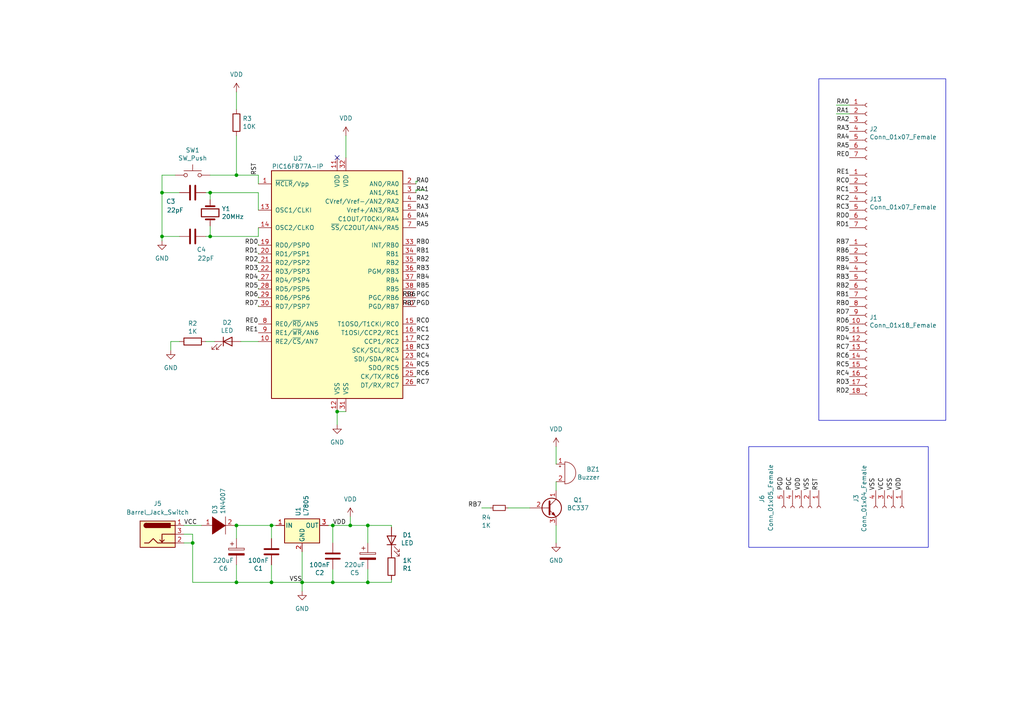
<source format=kicad_sch>
(kicad_sch (version 20230121) (generator eeschema)

  (uuid cb25dd46-868f-42a7-89de-d1a4517d28d1)

  (paper "A4")

  (lib_symbols
    (symbol "Connector:Barrel_Jack_Switch" (pin_names hide) (in_bom yes) (on_board yes)
      (property "Reference" "J" (at 0 5.334 0)
        (effects (font (size 1.27 1.27)))
      )
      (property "Value" "Barrel_Jack_Switch" (at 0 -5.08 0)
        (effects (font (size 1.27 1.27)))
      )
      (property "Footprint" "" (at 1.27 -1.016 0)
        (effects (font (size 1.27 1.27)) hide)
      )
      (property "Datasheet" "~" (at 1.27 -1.016 0)
        (effects (font (size 1.27 1.27)) hide)
      )
      (property "ki_keywords" "DC power barrel jack connector" (at 0 0 0)
        (effects (font (size 1.27 1.27)) hide)
      )
      (property "ki_description" "DC Barrel Jack with an internal switch" (at 0 0 0)
        (effects (font (size 1.27 1.27)) hide)
      )
      (property "ki_fp_filters" "BarrelJack*" (at 0 0 0)
        (effects (font (size 1.27 1.27)) hide)
      )
      (symbol "Barrel_Jack_Switch_0_1"
        (rectangle (start -5.08 3.81) (end 5.08 -3.81)
          (stroke (width 0.254) (type default))
          (fill (type background))
        )
        (arc (start -3.302 3.175) (mid -3.9343 2.54) (end -3.302 1.905)
          (stroke (width 0.254) (type default))
          (fill (type none))
        )
        (arc (start -3.302 3.175) (mid -3.9343 2.54) (end -3.302 1.905)
          (stroke (width 0.254) (type default))
          (fill (type outline))
        )
        (polyline
          (pts
            (xy 1.27 -2.286)
            (xy 1.905 -1.651)
          )
          (stroke (width 0.254) (type default))
          (fill (type none))
        )
        (polyline
          (pts
            (xy 5.08 2.54)
            (xy 3.81 2.54)
          )
          (stroke (width 0.254) (type default))
          (fill (type none))
        )
        (polyline
          (pts
            (xy 5.08 0)
            (xy 1.27 0)
            (xy 1.27 -2.286)
            (xy 0.635 -1.651)
          )
          (stroke (width 0.254) (type default))
          (fill (type none))
        )
        (polyline
          (pts
            (xy -3.81 -2.54)
            (xy -2.54 -2.54)
            (xy -1.27 -1.27)
            (xy 0 -2.54)
            (xy 2.54 -2.54)
            (xy 5.08 -2.54)
          )
          (stroke (width 0.254) (type default))
          (fill (type none))
        )
        (rectangle (start 3.683 3.175) (end -3.302 1.905)
          (stroke (width 0.254) (type default))
          (fill (type outline))
        )
      )
      (symbol "Barrel_Jack_Switch_1_1"
        (pin passive line (at 7.62 2.54 180) (length 2.54)
          (name "~" (effects (font (size 1.27 1.27))))
          (number "1" (effects (font (size 1.27 1.27))))
        )
        (pin passive line (at 7.62 -2.54 180) (length 2.54)
          (name "~" (effects (font (size 1.27 1.27))))
          (number "2" (effects (font (size 1.27 1.27))))
        )
        (pin passive line (at 7.62 0 180) (length 2.54)
          (name "~" (effects (font (size 1.27 1.27))))
          (number "3" (effects (font (size 1.27 1.27))))
        )
      )
    )
    (symbol "Device:Buzzer" (pin_names (offset 0.0254) hide) (in_bom yes) (on_board yes)
      (property "Reference" "BZ" (at 3.81 1.27 0)
        (effects (font (size 1.27 1.27)) (justify left))
      )
      (property "Value" "Buzzer" (at 3.81 -1.27 0)
        (effects (font (size 1.27 1.27)) (justify left))
      )
      (property "Footprint" "" (at -0.635 2.54 90)
        (effects (font (size 1.27 1.27)) hide)
      )
      (property "Datasheet" "~" (at -0.635 2.54 90)
        (effects (font (size 1.27 1.27)) hide)
      )
      (property "ki_keywords" "quartz resonator ceramic" (at 0 0 0)
        (effects (font (size 1.27 1.27)) hide)
      )
      (property "ki_description" "Buzzer, polarized" (at 0 0 0)
        (effects (font (size 1.27 1.27)) hide)
      )
      (property "ki_fp_filters" "*Buzzer*" (at 0 0 0)
        (effects (font (size 1.27 1.27)) hide)
      )
      (symbol "Buzzer_0_1"
        (arc (start 0 -3.175) (mid 3.1612 0) (end 0 3.175)
          (stroke (width 0) (type default))
          (fill (type none))
        )
        (polyline
          (pts
            (xy -1.651 1.905)
            (xy -1.143 1.905)
          )
          (stroke (width 0) (type default))
          (fill (type none))
        )
        (polyline
          (pts
            (xy -1.397 2.159)
            (xy -1.397 1.651)
          )
          (stroke (width 0) (type default))
          (fill (type none))
        )
        (polyline
          (pts
            (xy 0 3.175)
            (xy 0 -3.175)
          )
          (stroke (width 0) (type default))
          (fill (type none))
        )
      )
      (symbol "Buzzer_1_1"
        (pin passive line (at -2.54 2.54 0) (length 2.54)
          (name "-" (effects (font (size 1.27 1.27))))
          (number "1" (effects (font (size 1.27 1.27))))
        )
        (pin passive line (at -2.54 -2.54 0) (length 2.54)
          (name "+" (effects (font (size 1.27 1.27))))
          (number "2" (effects (font (size 1.27 1.27))))
        )
      )
    )
    (symbol "Device:C" (pin_numbers hide) (pin_names (offset 0.254)) (in_bom yes) (on_board yes)
      (property "Reference" "C" (at 0.635 2.54 0)
        (effects (font (size 1.27 1.27)) (justify left))
      )
      (property "Value" "C" (at 0.635 -2.54 0)
        (effects (font (size 1.27 1.27)) (justify left))
      )
      (property "Footprint" "" (at 0.9652 -3.81 0)
        (effects (font (size 1.27 1.27)) hide)
      )
      (property "Datasheet" "~" (at 0 0 0)
        (effects (font (size 1.27 1.27)) hide)
      )
      (property "ki_keywords" "cap capacitor" (at 0 0 0)
        (effects (font (size 1.27 1.27)) hide)
      )
      (property "ki_description" "Unpolarized capacitor" (at 0 0 0)
        (effects (font (size 1.27 1.27)) hide)
      )
      (property "ki_fp_filters" "C_*" (at 0 0 0)
        (effects (font (size 1.27 1.27)) hide)
      )
      (symbol "C_0_1"
        (polyline
          (pts
            (xy -2.032 -0.762)
            (xy 2.032 -0.762)
          )
          (stroke (width 0.508) (type default))
          (fill (type none))
        )
        (polyline
          (pts
            (xy -2.032 0.762)
            (xy 2.032 0.762)
          )
          (stroke (width 0.508) (type default))
          (fill (type none))
        )
      )
      (symbol "C_1_1"
        (pin passive line (at 0 3.81 270) (length 2.794)
          (name "~" (effects (font (size 1.27 1.27))))
          (number "1" (effects (font (size 1.27 1.27))))
        )
        (pin passive line (at 0 -3.81 90) (length 2.794)
          (name "~" (effects (font (size 1.27 1.27))))
          (number "2" (effects (font (size 1.27 1.27))))
        )
      )
    )
    (symbol "Device:Crystal" (pin_numbers hide) (pin_names (offset 1.016) hide) (in_bom yes) (on_board yes)
      (property "Reference" "Y" (at 0 3.81 0)
        (effects (font (size 1.27 1.27)))
      )
      (property "Value" "Crystal" (at 0 -3.81 0)
        (effects (font (size 1.27 1.27)))
      )
      (property "Footprint" "" (at 0 0 0)
        (effects (font (size 1.27 1.27)) hide)
      )
      (property "Datasheet" "~" (at 0 0 0)
        (effects (font (size 1.27 1.27)) hide)
      )
      (property "ki_keywords" "quartz ceramic resonator oscillator" (at 0 0 0)
        (effects (font (size 1.27 1.27)) hide)
      )
      (property "ki_description" "Two pin crystal" (at 0 0 0)
        (effects (font (size 1.27 1.27)) hide)
      )
      (property "ki_fp_filters" "Crystal*" (at 0 0 0)
        (effects (font (size 1.27 1.27)) hide)
      )
      (symbol "Crystal_0_1"
        (rectangle (start -1.143 2.54) (end 1.143 -2.54)
          (stroke (width 0.3048) (type default))
          (fill (type none))
        )
        (polyline
          (pts
            (xy -2.54 0)
            (xy -1.905 0)
          )
          (stroke (width 0) (type default))
          (fill (type none))
        )
        (polyline
          (pts
            (xy -1.905 -1.27)
            (xy -1.905 1.27)
          )
          (stroke (width 0.508) (type default))
          (fill (type none))
        )
        (polyline
          (pts
            (xy 1.905 -1.27)
            (xy 1.905 1.27)
          )
          (stroke (width 0.508) (type default))
          (fill (type none))
        )
        (polyline
          (pts
            (xy 2.54 0)
            (xy 1.905 0)
          )
          (stroke (width 0) (type default))
          (fill (type none))
        )
      )
      (symbol "Crystal_1_1"
        (pin passive line (at -3.81 0 0) (length 1.27)
          (name "1" (effects (font (size 1.27 1.27))))
          (number "1" (effects (font (size 1.27 1.27))))
        )
        (pin passive line (at 3.81 0 180) (length 1.27)
          (name "2" (effects (font (size 1.27 1.27))))
          (number "2" (effects (font (size 1.27 1.27))))
        )
      )
    )
    (symbol "Device:LED" (pin_numbers hide) (pin_names (offset 1.016) hide) (in_bom yes) (on_board yes)
      (property "Reference" "D" (at 0 2.54 0)
        (effects (font (size 1.27 1.27)))
      )
      (property "Value" "LED" (at 0 -2.54 0)
        (effects (font (size 1.27 1.27)))
      )
      (property "Footprint" "" (at 0 0 0)
        (effects (font (size 1.27 1.27)) hide)
      )
      (property "Datasheet" "~" (at 0 0 0)
        (effects (font (size 1.27 1.27)) hide)
      )
      (property "ki_keywords" "LED diode" (at 0 0 0)
        (effects (font (size 1.27 1.27)) hide)
      )
      (property "ki_description" "Light emitting diode" (at 0 0 0)
        (effects (font (size 1.27 1.27)) hide)
      )
      (property "ki_fp_filters" "LED* LED_SMD:* LED_THT:*" (at 0 0 0)
        (effects (font (size 1.27 1.27)) hide)
      )
      (symbol "LED_0_1"
        (polyline
          (pts
            (xy -1.27 -1.27)
            (xy -1.27 1.27)
          )
          (stroke (width 0.254) (type default))
          (fill (type none))
        )
        (polyline
          (pts
            (xy -1.27 0)
            (xy 1.27 0)
          )
          (stroke (width 0) (type default))
          (fill (type none))
        )
        (polyline
          (pts
            (xy 1.27 -1.27)
            (xy 1.27 1.27)
            (xy -1.27 0)
            (xy 1.27 -1.27)
          )
          (stroke (width 0.254) (type default))
          (fill (type none))
        )
        (polyline
          (pts
            (xy -3.048 -0.762)
            (xy -4.572 -2.286)
            (xy -3.81 -2.286)
            (xy -4.572 -2.286)
            (xy -4.572 -1.524)
          )
          (stroke (width 0) (type default))
          (fill (type none))
        )
        (polyline
          (pts
            (xy -1.778 -0.762)
            (xy -3.302 -2.286)
            (xy -2.54 -2.286)
            (xy -3.302 -2.286)
            (xy -3.302 -1.524)
          )
          (stroke (width 0) (type default))
          (fill (type none))
        )
      )
      (symbol "LED_1_1"
        (pin passive line (at -3.81 0 0) (length 2.54)
          (name "K" (effects (font (size 1.27 1.27))))
          (number "1" (effects (font (size 1.27 1.27))))
        )
        (pin passive line (at 3.81 0 180) (length 2.54)
          (name "A" (effects (font (size 1.27 1.27))))
          (number "2" (effects (font (size 1.27 1.27))))
        )
      )
    )
    (symbol "Device:R" (pin_numbers hide) (pin_names (offset 0)) (in_bom yes) (on_board yes)
      (property "Reference" "R" (at 2.032 0 90)
        (effects (font (size 1.27 1.27)))
      )
      (property "Value" "R" (at 0 0 90)
        (effects (font (size 1.27 1.27)))
      )
      (property "Footprint" "" (at -1.778 0 90)
        (effects (font (size 1.27 1.27)) hide)
      )
      (property "Datasheet" "~" (at 0 0 0)
        (effects (font (size 1.27 1.27)) hide)
      )
      (property "ki_keywords" "R res resistor" (at 0 0 0)
        (effects (font (size 1.27 1.27)) hide)
      )
      (property "ki_description" "Resistor" (at 0 0 0)
        (effects (font (size 1.27 1.27)) hide)
      )
      (property "ki_fp_filters" "R_*" (at 0 0 0)
        (effects (font (size 1.27 1.27)) hide)
      )
      (symbol "R_0_1"
        (rectangle (start -1.016 -2.54) (end 1.016 2.54)
          (stroke (width 0.254) (type default))
          (fill (type none))
        )
      )
      (symbol "R_1_1"
        (pin passive line (at 0 3.81 270) (length 1.27)
          (name "~" (effects (font (size 1.27 1.27))))
          (number "1" (effects (font (size 1.27 1.27))))
        )
        (pin passive line (at 0 -3.81 90) (length 1.27)
          (name "~" (effects (font (size 1.27 1.27))))
          (number "2" (effects (font (size 1.27 1.27))))
        )
      )
    )
    (symbol "Device:R_Small" (pin_numbers hide) (pin_names (offset 0.254) hide) (in_bom yes) (on_board yes)
      (property "Reference" "R" (at 0.762 0.508 0)
        (effects (font (size 1.27 1.27)) (justify left))
      )
      (property "Value" "R_Small" (at 0.762 -1.016 0)
        (effects (font (size 1.27 1.27)) (justify left))
      )
      (property "Footprint" "" (at 0 0 0)
        (effects (font (size 1.27 1.27)) hide)
      )
      (property "Datasheet" "~" (at 0 0 0)
        (effects (font (size 1.27 1.27)) hide)
      )
      (property "ki_keywords" "R resistor" (at 0 0 0)
        (effects (font (size 1.27 1.27)) hide)
      )
      (property "ki_description" "Resistor, small symbol" (at 0 0 0)
        (effects (font (size 1.27 1.27)) hide)
      )
      (property "ki_fp_filters" "R_*" (at 0 0 0)
        (effects (font (size 1.27 1.27)) hide)
      )
      (symbol "R_Small_0_1"
        (rectangle (start -0.762 1.778) (end 0.762 -1.778)
          (stroke (width 0.2032) (type default))
          (fill (type none))
        )
      )
      (symbol "R_Small_1_1"
        (pin passive line (at 0 2.54 270) (length 0.762)
          (name "~" (effects (font (size 1.27 1.27))))
          (number "1" (effects (font (size 1.27 1.27))))
        )
        (pin passive line (at 0 -2.54 90) (length 0.762)
          (name "~" (effects (font (size 1.27 1.27))))
          (number "2" (effects (font (size 1.27 1.27))))
        )
      )
    )
    (symbol "MCU_Microchip_PIC16:PIC16F877A-IP" (pin_names (offset 1.016)) (in_bom yes) (on_board yes)
      (property "Reference" "U" (at 5.08 35.56 0)
        (effects (font (size 1.27 1.27)) (justify left))
      )
      (property "Value" "PIC16F877A-IP" (at 5.08 33.02 0)
        (effects (font (size 1.27 1.27)) (justify left))
      )
      (property "Footprint" "" (at 0 0 0)
        (effects (font (size 1.27 1.27) italic) hide)
      )
      (property "Datasheet" "http://ww1.microchip.com/downloads/en/DeviceDoc/39582b.pdf" (at 0 0 0)
        (effects (font (size 1.27 1.27)) hide)
      )
      (property "ki_keywords" "Flash-Based 8-Bit CMOS Microcontroller" (at 0 0 0)
        (effects (font (size 1.27 1.27)) hide)
      )
      (property "ki_description" "8W Flash, 386B SRAM, 256B EEPROM, DIP40" (at 0 0 0)
        (effects (font (size 1.27 1.27)) hide)
      )
      (property "ki_fp_filters" "DIP* PDIP*" (at 0 0 0)
        (effects (font (size 1.27 1.27)) hide)
      )
      (symbol "PIC16F877A-IP_0_1"
        (rectangle (start -19.05 31.75) (end 19.05 -34.29)
          (stroke (width 0.254) (type default))
          (fill (type background))
        )
      )
      (symbol "PIC16F877A-IP_1_1"
        (pin input line (at -22.86 27.94 0) (length 3.81)
          (name "~{MCLR}/Vpp" (effects (font (size 1.27 1.27))))
          (number "1" (effects (font (size 1.27 1.27))))
        )
        (pin bidirectional line (at -22.86 -17.78 0) (length 3.81)
          (name "RE2/~{CS}/AN7" (effects (font (size 1.27 1.27))))
          (number "10" (effects (font (size 1.27 1.27))))
        )
        (pin power_in line (at 0 35.56 270) (length 3.81)
          (name "VDD" (effects (font (size 1.27 1.27))))
          (number "11" (effects (font (size 1.27 1.27))))
        )
        (pin power_in line (at 0 -38.1 90) (length 3.81)
          (name "VSS" (effects (font (size 1.27 1.27))))
          (number "12" (effects (font (size 1.27 1.27))))
        )
        (pin input line (at -22.86 20.32 0) (length 3.81)
          (name "OSC1/CLKI" (effects (font (size 1.27 1.27))))
          (number "13" (effects (font (size 1.27 1.27))))
        )
        (pin output line (at -22.86 15.24 0) (length 3.81)
          (name "OSC2/CLKO" (effects (font (size 1.27 1.27))))
          (number "14" (effects (font (size 1.27 1.27))))
        )
        (pin bidirectional line (at 22.86 -12.7 180) (length 3.81)
          (name "T1OSO/T1CKI/RC0" (effects (font (size 1.27 1.27))))
          (number "15" (effects (font (size 1.27 1.27))))
        )
        (pin bidirectional line (at 22.86 -15.24 180) (length 3.81)
          (name "T1OSI/CCP2/RC1" (effects (font (size 1.27 1.27))))
          (number "16" (effects (font (size 1.27 1.27))))
        )
        (pin bidirectional line (at 22.86 -17.78 180) (length 3.81)
          (name "CCP1/RC2" (effects (font (size 1.27 1.27))))
          (number "17" (effects (font (size 1.27 1.27))))
        )
        (pin bidirectional line (at 22.86 -20.32 180) (length 3.81)
          (name "SCK/SCL/RC3" (effects (font (size 1.27 1.27))))
          (number "18" (effects (font (size 1.27 1.27))))
        )
        (pin bidirectional line (at -22.86 10.16 0) (length 3.81)
          (name "RD0/PSP0" (effects (font (size 1.27 1.27))))
          (number "19" (effects (font (size 1.27 1.27))))
        )
        (pin bidirectional line (at 22.86 27.94 180) (length 3.81)
          (name "AN0/RA0" (effects (font (size 1.27 1.27))))
          (number "2" (effects (font (size 1.27 1.27))))
        )
        (pin bidirectional line (at -22.86 7.62 0) (length 3.81)
          (name "RD1/PSP1" (effects (font (size 1.27 1.27))))
          (number "20" (effects (font (size 1.27 1.27))))
        )
        (pin bidirectional line (at -22.86 5.08 0) (length 3.81)
          (name "RD2/PSP2" (effects (font (size 1.27 1.27))))
          (number "21" (effects (font (size 1.27 1.27))))
        )
        (pin bidirectional line (at -22.86 2.54 0) (length 3.81)
          (name "RD3/PSP3" (effects (font (size 1.27 1.27))))
          (number "22" (effects (font (size 1.27 1.27))))
        )
        (pin bidirectional line (at 22.86 -22.86 180) (length 3.81)
          (name "SDI/SDA/RC4" (effects (font (size 1.27 1.27))))
          (number "23" (effects (font (size 1.27 1.27))))
        )
        (pin bidirectional line (at 22.86 -25.4 180) (length 3.81)
          (name "SDO/RC5" (effects (font (size 1.27 1.27))))
          (number "24" (effects (font (size 1.27 1.27))))
        )
        (pin bidirectional line (at 22.86 -27.94 180) (length 3.81)
          (name "CK/TX/RC6" (effects (font (size 1.27 1.27))))
          (number "25" (effects (font (size 1.27 1.27))))
        )
        (pin bidirectional line (at 22.86 -30.48 180) (length 3.81)
          (name "DT/RX/RC7" (effects (font (size 1.27 1.27))))
          (number "26" (effects (font (size 1.27 1.27))))
        )
        (pin bidirectional line (at -22.86 0 0) (length 3.81)
          (name "RD4/PSP4" (effects (font (size 1.27 1.27))))
          (number "27" (effects (font (size 1.27 1.27))))
        )
        (pin bidirectional line (at -22.86 -2.54 0) (length 3.81)
          (name "RD5/PSP5" (effects (font (size 1.27 1.27))))
          (number "28" (effects (font (size 1.27 1.27))))
        )
        (pin bidirectional line (at -22.86 -5.08 0) (length 3.81)
          (name "RD6/PSP6" (effects (font (size 1.27 1.27))))
          (number "29" (effects (font (size 1.27 1.27))))
        )
        (pin bidirectional line (at 22.86 25.4 180) (length 3.81)
          (name "AN1/RA1" (effects (font (size 1.27 1.27))))
          (number "3" (effects (font (size 1.27 1.27))))
        )
        (pin bidirectional line (at -22.86 -7.62 0) (length 3.81)
          (name "RD7/PSP7" (effects (font (size 1.27 1.27))))
          (number "30" (effects (font (size 1.27 1.27))))
        )
        (pin power_in line (at 2.54 -38.1 90) (length 3.81)
          (name "VSS" (effects (font (size 1.27 1.27))))
          (number "31" (effects (font (size 1.27 1.27))))
        )
        (pin power_in line (at 2.54 35.56 270) (length 3.81)
          (name "VDD" (effects (font (size 1.27 1.27))))
          (number "32" (effects (font (size 1.27 1.27))))
        )
        (pin bidirectional line (at 22.86 10.16 180) (length 3.81)
          (name "INT/RB0" (effects (font (size 1.27 1.27))))
          (number "33" (effects (font (size 1.27 1.27))))
        )
        (pin bidirectional line (at 22.86 7.62 180) (length 3.81)
          (name "RB1" (effects (font (size 1.27 1.27))))
          (number "34" (effects (font (size 1.27 1.27))))
        )
        (pin bidirectional line (at 22.86 5.08 180) (length 3.81)
          (name "RB2" (effects (font (size 1.27 1.27))))
          (number "35" (effects (font (size 1.27 1.27))))
        )
        (pin bidirectional line (at 22.86 2.54 180) (length 3.81)
          (name "PGM/RB3" (effects (font (size 1.27 1.27))))
          (number "36" (effects (font (size 1.27 1.27))))
        )
        (pin bidirectional line (at 22.86 0 180) (length 3.81)
          (name "RB4" (effects (font (size 1.27 1.27))))
          (number "37" (effects (font (size 1.27 1.27))))
        )
        (pin bidirectional line (at 22.86 -2.54 180) (length 3.81)
          (name "RB5" (effects (font (size 1.27 1.27))))
          (number "38" (effects (font (size 1.27 1.27))))
        )
        (pin bidirectional line (at 22.86 -5.08 180) (length 3.81)
          (name "PGC/RB6" (effects (font (size 1.27 1.27))))
          (number "39" (effects (font (size 1.27 1.27))))
        )
        (pin bidirectional line (at 22.86 22.86 180) (length 3.81)
          (name "CVref/Vref-/AN2/RA2" (effects (font (size 1.27 1.27))))
          (number "4" (effects (font (size 1.27 1.27))))
        )
        (pin bidirectional line (at 22.86 -7.62 180) (length 3.81)
          (name "PGD/RB7" (effects (font (size 1.27 1.27))))
          (number "40" (effects (font (size 1.27 1.27))))
        )
        (pin bidirectional line (at 22.86 20.32 180) (length 3.81)
          (name "Vref+/AN3/RA3" (effects (font (size 1.27 1.27))))
          (number "5" (effects (font (size 1.27 1.27))))
        )
        (pin bidirectional line (at 22.86 17.78 180) (length 3.81)
          (name "C1OUT/T0CKI/RA4" (effects (font (size 1.27 1.27))))
          (number "6" (effects (font (size 1.27 1.27))))
        )
        (pin bidirectional line (at 22.86 15.24 180) (length 3.81)
          (name "~{SS}/C2OUT/AN4/RA5" (effects (font (size 1.27 1.27))))
          (number "7" (effects (font (size 1.27 1.27))))
        )
        (pin bidirectional line (at -22.86 -12.7 0) (length 3.81)
          (name "RE0/~{RD}/AN5" (effects (font (size 1.27 1.27))))
          (number "8" (effects (font (size 1.27 1.27))))
        )
        (pin bidirectional line (at -22.86 -15.24 0) (length 3.81)
          (name "RE1/~{WR}/AN6" (effects (font (size 1.27 1.27))))
          (number "9" (effects (font (size 1.27 1.27))))
        )
      )
    )
    (symbol "PIC16F877A-rescue:CP-Device" (pin_numbers hide) (pin_names (offset 0.254)) (in_bom yes) (on_board yes)
      (property "Reference" "C" (at 0.635 2.54 0)
        (effects (font (size 1.27 1.27)) (justify left))
      )
      (property "Value" "Device_CP" (at 0.635 -2.54 0)
        (effects (font (size 1.27 1.27)) (justify left))
      )
      (property "Footprint" "" (at 0.9652 -3.81 0)
        (effects (font (size 1.27 1.27)) hide)
      )
      (property "Datasheet" "" (at 0 0 0)
        (effects (font (size 1.27 1.27)) hide)
      )
      (property "ki_fp_filters" "CP_*" (at 0 0 0)
        (effects (font (size 1.27 1.27)) hide)
      )
      (symbol "CP-Device_0_1"
        (rectangle (start -2.286 0.508) (end 2.286 1.016)
          (stroke (width 0) (type solid))
          (fill (type none))
        )
        (polyline
          (pts
            (xy -1.778 2.286)
            (xy -0.762 2.286)
          )
          (stroke (width 0) (type solid))
          (fill (type none))
        )
        (polyline
          (pts
            (xy -1.27 2.794)
            (xy -1.27 1.778)
          )
          (stroke (width 0) (type solid))
          (fill (type none))
        )
        (rectangle (start 2.286 -0.508) (end -2.286 -1.016)
          (stroke (width 0) (type solid))
          (fill (type outline))
        )
      )
      (symbol "CP-Device_1_1"
        (pin passive line (at 0 3.81 270) (length 2.794)
          (name "~" (effects (font (size 1.27 1.27))))
          (number "1" (effects (font (size 1.27 1.27))))
        )
        (pin passive line (at 0 -3.81 90) (length 2.794)
          (name "~" (effects (font (size 1.27 1.27))))
          (number "2" (effects (font (size 1.27 1.27))))
        )
      )
    )
    (symbol "PIC16F877A-rescue:Conn_01x04_Female-Connector" (pin_names (offset 1.016) hide) (in_bom yes) (on_board yes)
      (property "Reference" "J" (at 0 5.08 0)
        (effects (font (size 1.27 1.27)))
      )
      (property "Value" "Connector_Conn_01x04_Female" (at 0 -7.62 0)
        (effects (font (size 1.27 1.27)))
      )
      (property "Footprint" "" (at 0 0 0)
        (effects (font (size 1.27 1.27)) hide)
      )
      (property "Datasheet" "" (at 0 0 0)
        (effects (font (size 1.27 1.27)) hide)
      )
      (property "ki_fp_filters" "Connector*:*_1x??_*" (at 0 0 0)
        (effects (font (size 1.27 1.27)) hide)
      )
      (symbol "Conn_01x04_Female-Connector_1_1"
        (arc (start 0 -4.572) (mid -0.5058 -5.08) (end 0 -5.588)
          (stroke (width 0.1524) (type solid))
          (fill (type none))
        )
        (arc (start 0 -2.032) (mid -0.5058 -2.54) (end 0 -3.048)
          (stroke (width 0.1524) (type solid))
          (fill (type none))
        )
        (polyline
          (pts
            (xy -1.27 -5.08)
            (xy -0.508 -5.08)
          )
          (stroke (width 0.1524) (type solid))
          (fill (type none))
        )
        (polyline
          (pts
            (xy -1.27 -2.54)
            (xy -0.508 -2.54)
          )
          (stroke (width 0.1524) (type solid))
          (fill (type none))
        )
        (polyline
          (pts
            (xy -1.27 0)
            (xy -0.508 0)
          )
          (stroke (width 0.1524) (type solid))
          (fill (type none))
        )
        (polyline
          (pts
            (xy -1.27 2.54)
            (xy -0.508 2.54)
          )
          (stroke (width 0.1524) (type solid))
          (fill (type none))
        )
        (arc (start 0 0.508) (mid -0.5058 0) (end 0 -0.508)
          (stroke (width 0.1524) (type solid))
          (fill (type none))
        )
        (arc (start 0 3.048) (mid -0.5058 2.54) (end 0 2.032)
          (stroke (width 0.1524) (type solid))
          (fill (type none))
        )
        (pin passive line (at -5.08 2.54 0) (length 3.81)
          (name "Pin_1" (effects (font (size 1.27 1.27))))
          (number "1" (effects (font (size 1.27 1.27))))
        )
        (pin passive line (at -5.08 0 0) (length 3.81)
          (name "Pin_2" (effects (font (size 1.27 1.27))))
          (number "2" (effects (font (size 1.27 1.27))))
        )
        (pin passive line (at -5.08 -2.54 0) (length 3.81)
          (name "Pin_3" (effects (font (size 1.27 1.27))))
          (number "3" (effects (font (size 1.27 1.27))))
        )
        (pin passive line (at -5.08 -5.08 0) (length 3.81)
          (name "Pin_4" (effects (font (size 1.27 1.27))))
          (number "4" (effects (font (size 1.27 1.27))))
        )
      )
    )
    (symbol "PIC16F877A-rescue:Conn_01x05_Female-Connector" (pin_names (offset 1.016) hide) (in_bom yes) (on_board yes)
      (property "Reference" "J" (at 0 7.62 0)
        (effects (font (size 1.27 1.27)))
      )
      (property "Value" "Connector_Conn_01x05_Female" (at 0 -7.62 0)
        (effects (font (size 1.27 1.27)))
      )
      (property "Footprint" "" (at 0 0 0)
        (effects (font (size 1.27 1.27)) hide)
      )
      (property "Datasheet" "" (at 0 0 0)
        (effects (font (size 1.27 1.27)) hide)
      )
      (property "ki_fp_filters" "Connector*:*_1x??_*" (at 0 0 0)
        (effects (font (size 1.27 1.27)) hide)
      )
      (symbol "Conn_01x05_Female-Connector_1_1"
        (arc (start 0 -4.572) (mid -0.5058 -5.08) (end 0 -5.588)
          (stroke (width 0.1524) (type solid))
          (fill (type none))
        )
        (arc (start 0 -2.032) (mid -0.5058 -2.54) (end 0 -3.048)
          (stroke (width 0.1524) (type solid))
          (fill (type none))
        )
        (polyline
          (pts
            (xy -1.27 -5.08)
            (xy -0.508 -5.08)
          )
          (stroke (width 0.1524) (type solid))
          (fill (type none))
        )
        (polyline
          (pts
            (xy -1.27 -2.54)
            (xy -0.508 -2.54)
          )
          (stroke (width 0.1524) (type solid))
          (fill (type none))
        )
        (polyline
          (pts
            (xy -1.27 0)
            (xy -0.508 0)
          )
          (stroke (width 0.1524) (type solid))
          (fill (type none))
        )
        (polyline
          (pts
            (xy -1.27 2.54)
            (xy -0.508 2.54)
          )
          (stroke (width 0.1524) (type solid))
          (fill (type none))
        )
        (polyline
          (pts
            (xy -1.27 5.08)
            (xy -0.508 5.08)
          )
          (stroke (width 0.1524) (type solid))
          (fill (type none))
        )
        (arc (start 0 0.508) (mid -0.5058 0) (end 0 -0.508)
          (stroke (width 0.1524) (type solid))
          (fill (type none))
        )
        (arc (start 0 3.048) (mid -0.5058 2.54) (end 0 2.032)
          (stroke (width 0.1524) (type solid))
          (fill (type none))
        )
        (arc (start 0 5.588) (mid -0.5058 5.08) (end 0 4.572)
          (stroke (width 0.1524) (type solid))
          (fill (type none))
        )
        (pin passive line (at -5.08 5.08 0) (length 3.81)
          (name "Pin_1" (effects (font (size 1.27 1.27))))
          (number "1" (effects (font (size 1.27 1.27))))
        )
        (pin passive line (at -5.08 2.54 0) (length 3.81)
          (name "Pin_2" (effects (font (size 1.27 1.27))))
          (number "2" (effects (font (size 1.27 1.27))))
        )
        (pin passive line (at -5.08 0 0) (length 3.81)
          (name "Pin_3" (effects (font (size 1.27 1.27))))
          (number "3" (effects (font (size 1.27 1.27))))
        )
        (pin passive line (at -5.08 -2.54 0) (length 3.81)
          (name "Pin_4" (effects (font (size 1.27 1.27))))
          (number "4" (effects (font (size 1.27 1.27))))
        )
        (pin passive line (at -5.08 -5.08 0) (length 3.81)
          (name "Pin_5" (effects (font (size 1.27 1.27))))
          (number "5" (effects (font (size 1.27 1.27))))
        )
      )
    )
    (symbol "PIC16F877A-rescue:Conn_01x07_Female-Connector" (pin_names (offset 1.016) hide) (in_bom yes) (on_board yes)
      (property "Reference" "J" (at 0 10.16 0)
        (effects (font (size 1.27 1.27)))
      )
      (property "Value" "Connector_Conn_01x07_Female" (at 0 -10.16 0)
        (effects (font (size 1.27 1.27)))
      )
      (property "Footprint" "" (at 0 0 0)
        (effects (font (size 1.27 1.27)) hide)
      )
      (property "Datasheet" "" (at 0 0 0)
        (effects (font (size 1.27 1.27)) hide)
      )
      (property "ki_fp_filters" "Connector*:*_1x??_*" (at 0 0 0)
        (effects (font (size 1.27 1.27)) hide)
      )
      (symbol "Conn_01x07_Female-Connector_1_1"
        (arc (start 0 -7.112) (mid -0.5058 -7.62) (end 0 -8.128)
          (stroke (width 0.1524) (type solid))
          (fill (type none))
        )
        (arc (start 0 -4.572) (mid -0.5058 -5.08) (end 0 -5.588)
          (stroke (width 0.1524) (type solid))
          (fill (type none))
        )
        (arc (start 0 -2.032) (mid -0.5058 -2.54) (end 0 -3.048)
          (stroke (width 0.1524) (type solid))
          (fill (type none))
        )
        (polyline
          (pts
            (xy -1.27 -7.62)
            (xy -0.508 -7.62)
          )
          (stroke (width 0.1524) (type solid))
          (fill (type none))
        )
        (polyline
          (pts
            (xy -1.27 -5.08)
            (xy -0.508 -5.08)
          )
          (stroke (width 0.1524) (type solid))
          (fill (type none))
        )
        (polyline
          (pts
            (xy -1.27 -2.54)
            (xy -0.508 -2.54)
          )
          (stroke (width 0.1524) (type solid))
          (fill (type none))
        )
        (polyline
          (pts
            (xy -1.27 0)
            (xy -0.508 0)
          )
          (stroke (width 0.1524) (type solid))
          (fill (type none))
        )
        (polyline
          (pts
            (xy -1.27 2.54)
            (xy -0.508 2.54)
          )
          (stroke (width 0.1524) (type solid))
          (fill (type none))
        )
        (polyline
          (pts
            (xy -1.27 5.08)
            (xy -0.508 5.08)
          )
          (stroke (width 0.1524) (type solid))
          (fill (type none))
        )
        (polyline
          (pts
            (xy -1.27 7.62)
            (xy -0.508 7.62)
          )
          (stroke (width 0.1524) (type solid))
          (fill (type none))
        )
        (arc (start 0 0.508) (mid -0.5058 0) (end 0 -0.508)
          (stroke (width 0.1524) (type solid))
          (fill (type none))
        )
        (arc (start 0 3.048) (mid -0.5058 2.54) (end 0 2.032)
          (stroke (width 0.1524) (type solid))
          (fill (type none))
        )
        (arc (start 0 5.588) (mid -0.5058 5.08) (end 0 4.572)
          (stroke (width 0.1524) (type solid))
          (fill (type none))
        )
        (arc (start 0 8.128) (mid -0.5058 7.62) (end 0 7.112)
          (stroke (width 0.1524) (type solid))
          (fill (type none))
        )
        (pin passive line (at -5.08 7.62 0) (length 3.81)
          (name "Pin_1" (effects (font (size 1.27 1.27))))
          (number "1" (effects (font (size 1.27 1.27))))
        )
        (pin passive line (at -5.08 5.08 0) (length 3.81)
          (name "Pin_2" (effects (font (size 1.27 1.27))))
          (number "2" (effects (font (size 1.27 1.27))))
        )
        (pin passive line (at -5.08 2.54 0) (length 3.81)
          (name "Pin_3" (effects (font (size 1.27 1.27))))
          (number "3" (effects (font (size 1.27 1.27))))
        )
        (pin passive line (at -5.08 0 0) (length 3.81)
          (name "Pin_4" (effects (font (size 1.27 1.27))))
          (number "4" (effects (font (size 1.27 1.27))))
        )
        (pin passive line (at -5.08 -2.54 0) (length 3.81)
          (name "Pin_5" (effects (font (size 1.27 1.27))))
          (number "5" (effects (font (size 1.27 1.27))))
        )
        (pin passive line (at -5.08 -5.08 0) (length 3.81)
          (name "Pin_6" (effects (font (size 1.27 1.27))))
          (number "6" (effects (font (size 1.27 1.27))))
        )
        (pin passive line (at -5.08 -7.62 0) (length 3.81)
          (name "Pin_7" (effects (font (size 1.27 1.27))))
          (number "7" (effects (font (size 1.27 1.27))))
        )
      )
    )
    (symbol "PIC16F877A-rescue:Conn_01x18_Female-Connector" (pin_names (offset 1.016) hide) (in_bom yes) (on_board yes)
      (property "Reference" "J" (at 0 22.86 0)
        (effects (font (size 1.27 1.27)))
      )
      (property "Value" "Connector_Conn_01x18_Female" (at 0 -25.4 0)
        (effects (font (size 1.27 1.27)))
      )
      (property "Footprint" "" (at 0 0 0)
        (effects (font (size 1.27 1.27)) hide)
      )
      (property "Datasheet" "" (at 0 0 0)
        (effects (font (size 1.27 1.27)) hide)
      )
      (property "ki_fp_filters" "Connector*:*_1x??_*" (at 0 0 0)
        (effects (font (size 1.27 1.27)) hide)
      )
      (symbol "Conn_01x18_Female-Connector_1_1"
        (arc (start 0 -22.352) (mid -0.5058 -22.86) (end 0 -23.368)
          (stroke (width 0.1524) (type solid))
          (fill (type none))
        )
        (arc (start 0 -19.812) (mid -0.5058 -20.32) (end 0 -20.828)
          (stroke (width 0.1524) (type solid))
          (fill (type none))
        )
        (arc (start 0 -17.272) (mid -0.5058 -17.78) (end 0 -18.288)
          (stroke (width 0.1524) (type solid))
          (fill (type none))
        )
        (arc (start 0 -14.732) (mid -0.5058 -15.24) (end 0 -15.748)
          (stroke (width 0.1524) (type solid))
          (fill (type none))
        )
        (arc (start 0 -12.192) (mid -0.5058 -12.7) (end 0 -13.208)
          (stroke (width 0.1524) (type solid))
          (fill (type none))
        )
        (arc (start 0 -9.652) (mid -0.5058 -10.16) (end 0 -10.668)
          (stroke (width 0.1524) (type solid))
          (fill (type none))
        )
        (arc (start 0 -7.112) (mid -0.5058 -7.62) (end 0 -8.128)
          (stroke (width 0.1524) (type solid))
          (fill (type none))
        )
        (arc (start 0 -4.572) (mid -0.5058 -5.08) (end 0 -5.588)
          (stroke (width 0.1524) (type solid))
          (fill (type none))
        )
        (arc (start 0 -2.032) (mid -0.5058 -2.54) (end 0 -3.048)
          (stroke (width 0.1524) (type solid))
          (fill (type none))
        )
        (polyline
          (pts
            (xy -1.27 -22.86)
            (xy -0.508 -22.86)
          )
          (stroke (width 0.1524) (type solid))
          (fill (type none))
        )
        (polyline
          (pts
            (xy -1.27 -20.32)
            (xy -0.508 -20.32)
          )
          (stroke (width 0.1524) (type solid))
          (fill (type none))
        )
        (polyline
          (pts
            (xy -1.27 -17.78)
            (xy -0.508 -17.78)
          )
          (stroke (width 0.1524) (type solid))
          (fill (type none))
        )
        (polyline
          (pts
            (xy -1.27 -15.24)
            (xy -0.508 -15.24)
          )
          (stroke (width 0.1524) (type solid))
          (fill (type none))
        )
        (polyline
          (pts
            (xy -1.27 -12.7)
            (xy -0.508 -12.7)
          )
          (stroke (width 0.1524) (type solid))
          (fill (type none))
        )
        (polyline
          (pts
            (xy -1.27 -10.16)
            (xy -0.508 -10.16)
          )
          (stroke (width 0.1524) (type solid))
          (fill (type none))
        )
        (polyline
          (pts
            (xy -1.27 -7.62)
            (xy -0.508 -7.62)
          )
          (stroke (width 0.1524) (type solid))
          (fill (type none))
        )
        (polyline
          (pts
            (xy -1.27 -5.08)
            (xy -0.508 -5.08)
          )
          (stroke (width 0.1524) (type solid))
          (fill (type none))
        )
        (polyline
          (pts
            (xy -1.27 -2.54)
            (xy -0.508 -2.54)
          )
          (stroke (width 0.1524) (type solid))
          (fill (type none))
        )
        (polyline
          (pts
            (xy -1.27 0)
            (xy -0.508 0)
          )
          (stroke (width 0.1524) (type solid))
          (fill (type none))
        )
        (polyline
          (pts
            (xy -1.27 2.54)
            (xy -0.508 2.54)
          )
          (stroke (width 0.1524) (type solid))
          (fill (type none))
        )
        (polyline
          (pts
            (xy -1.27 5.08)
            (xy -0.508 5.08)
          )
          (stroke (width 0.1524) (type solid))
          (fill (type none))
        )
        (polyline
          (pts
            (xy -1.27 7.62)
            (xy -0.508 7.62)
          )
          (stroke (width 0.1524) (type solid))
          (fill (type none))
        )
        (polyline
          (pts
            (xy -1.27 10.16)
            (xy -0.508 10.16)
          )
          (stroke (width 0.1524) (type solid))
          (fill (type none))
        )
        (polyline
          (pts
            (xy -1.27 12.7)
            (xy -0.508 12.7)
          )
          (stroke (width 0.1524) (type solid))
          (fill (type none))
        )
        (polyline
          (pts
            (xy -1.27 15.24)
            (xy -0.508 15.24)
          )
          (stroke (width 0.1524) (type solid))
          (fill (type none))
        )
        (polyline
          (pts
            (xy -1.27 17.78)
            (xy -0.508 17.78)
          )
          (stroke (width 0.1524) (type solid))
          (fill (type none))
        )
        (polyline
          (pts
            (xy -1.27 20.32)
            (xy -0.508 20.32)
          )
          (stroke (width 0.1524) (type solid))
          (fill (type none))
        )
        (arc (start 0 0.508) (mid -0.5058 0) (end 0 -0.508)
          (stroke (width 0.1524) (type solid))
          (fill (type none))
        )
        (arc (start 0 3.048) (mid -0.5058 2.54) (end 0 2.032)
          (stroke (width 0.1524) (type solid))
          (fill (type none))
        )
        (arc (start 0 5.588) (mid -0.5058 5.08) (end 0 4.572)
          (stroke (width 0.1524) (type solid))
          (fill (type none))
        )
        (arc (start 0 8.128) (mid -0.5058 7.62) (end 0 7.112)
          (stroke (width 0.1524) (type solid))
          (fill (type none))
        )
        (arc (start 0 10.668) (mid -0.5058 10.16) (end 0 9.652)
          (stroke (width 0.1524) (type solid))
          (fill (type none))
        )
        (arc (start 0 13.208) (mid -0.5058 12.7) (end 0 12.192)
          (stroke (width 0.1524) (type solid))
          (fill (type none))
        )
        (arc (start 0 15.748) (mid -0.5058 15.24) (end 0 14.732)
          (stroke (width 0.1524) (type solid))
          (fill (type none))
        )
        (arc (start 0 18.288) (mid -0.5058 17.78) (end 0 17.272)
          (stroke (width 0.1524) (type solid))
          (fill (type none))
        )
        (arc (start 0 20.828) (mid -0.5058 20.32) (end 0 19.812)
          (stroke (width 0.1524) (type solid))
          (fill (type none))
        )
        (pin passive line (at -5.08 20.32 0) (length 3.81)
          (name "Pin_1" (effects (font (size 1.27 1.27))))
          (number "1" (effects (font (size 1.27 1.27))))
        )
        (pin passive line (at -5.08 -2.54 0) (length 3.81)
          (name "Pin_10" (effects (font (size 1.27 1.27))))
          (number "10" (effects (font (size 1.27 1.27))))
        )
        (pin passive line (at -5.08 -5.08 0) (length 3.81)
          (name "Pin_11" (effects (font (size 1.27 1.27))))
          (number "11" (effects (font (size 1.27 1.27))))
        )
        (pin passive line (at -5.08 -7.62 0) (length 3.81)
          (name "Pin_12" (effects (font (size 1.27 1.27))))
          (number "12" (effects (font (size 1.27 1.27))))
        )
        (pin passive line (at -5.08 -10.16 0) (length 3.81)
          (name "Pin_13" (effects (font (size 1.27 1.27))))
          (number "13" (effects (font (size 1.27 1.27))))
        )
        (pin passive line (at -5.08 -12.7 0) (length 3.81)
          (name "Pin_14" (effects (font (size 1.27 1.27))))
          (number "14" (effects (font (size 1.27 1.27))))
        )
        (pin passive line (at -5.08 -15.24 0) (length 3.81)
          (name "Pin_15" (effects (font (size 1.27 1.27))))
          (number "15" (effects (font (size 1.27 1.27))))
        )
        (pin passive line (at -5.08 -17.78 0) (length 3.81)
          (name "Pin_16" (effects (font (size 1.27 1.27))))
          (number "16" (effects (font (size 1.27 1.27))))
        )
        (pin passive line (at -5.08 -20.32 0) (length 3.81)
          (name "Pin_17" (effects (font (size 1.27 1.27))))
          (number "17" (effects (font (size 1.27 1.27))))
        )
        (pin passive line (at -5.08 -22.86 0) (length 3.81)
          (name "Pin_18" (effects (font (size 1.27 1.27))))
          (number "18" (effects (font (size 1.27 1.27))))
        )
        (pin passive line (at -5.08 17.78 0) (length 3.81)
          (name "Pin_2" (effects (font (size 1.27 1.27))))
          (number "2" (effects (font (size 1.27 1.27))))
        )
        (pin passive line (at -5.08 15.24 0) (length 3.81)
          (name "Pin_3" (effects (font (size 1.27 1.27))))
          (number "3" (effects (font (size 1.27 1.27))))
        )
        (pin passive line (at -5.08 12.7 0) (length 3.81)
          (name "Pin_4" (effects (font (size 1.27 1.27))))
          (number "4" (effects (font (size 1.27 1.27))))
        )
        (pin passive line (at -5.08 10.16 0) (length 3.81)
          (name "Pin_5" (effects (font (size 1.27 1.27))))
          (number "5" (effects (font (size 1.27 1.27))))
        )
        (pin passive line (at -5.08 7.62 0) (length 3.81)
          (name "Pin_6" (effects (font (size 1.27 1.27))))
          (number "6" (effects (font (size 1.27 1.27))))
        )
        (pin passive line (at -5.08 5.08 0) (length 3.81)
          (name "Pin_7" (effects (font (size 1.27 1.27))))
          (number "7" (effects (font (size 1.27 1.27))))
        )
        (pin passive line (at -5.08 2.54 0) (length 3.81)
          (name "Pin_8" (effects (font (size 1.27 1.27))))
          (number "8" (effects (font (size 1.27 1.27))))
        )
        (pin passive line (at -5.08 0 0) (length 3.81)
          (name "Pin_9" (effects (font (size 1.27 1.27))))
          (number "9" (effects (font (size 1.27 1.27))))
        )
      )
    )
    (symbol "PIC16F877A-rescue:DIODE-pspice" (pin_names (offset 1.016) hide) (in_bom yes) (on_board yes)
      (property "Reference" "D" (at 0 3.81 0)
        (effects (font (size 1.27 1.27)))
      )
      (property "Value" "pspice_DIODE" (at 0 -4.445 0)
        (effects (font (size 1.27 1.27)))
      )
      (property "Footprint" "" (at 0 0 0)
        (effects (font (size 1.27 1.27)) hide)
      )
      (property "Datasheet" "" (at 0 0 0)
        (effects (font (size 1.27 1.27)) hide)
      )
      (symbol "DIODE-pspice_0_1"
        (polyline
          (pts
            (xy 1.905 2.54)
            (xy 1.905 -2.54)
          )
          (stroke (width 0) (type solid))
          (fill (type none))
        )
        (polyline
          (pts
            (xy -1.905 2.54)
            (xy -1.905 -2.54)
            (xy 1.905 0)
          )
          (stroke (width 0) (type solid))
          (fill (type outline))
        )
      )
      (symbol "DIODE-pspice_1_1"
        (pin input line (at -5.08 0 0) (length 3.81)
          (name "K" (effects (font (size 1.27 1.27))))
          (number "1" (effects (font (size 1.27 1.27))))
        )
        (pin input line (at 5.08 0 180) (length 3.81)
          (name "A" (effects (font (size 1.27 1.27))))
          (number "2" (effects (font (size 1.27 1.27))))
        )
      )
    )
    (symbol "Regulator_Linear:L7805" (pin_names (offset 0.254)) (in_bom yes) (on_board yes)
      (property "Reference" "U" (at -3.81 3.175 0)
        (effects (font (size 1.27 1.27)))
      )
      (property "Value" "L7805" (at 0 3.175 0)
        (effects (font (size 1.27 1.27)) (justify left))
      )
      (property "Footprint" "" (at 0.635 -3.81 0)
        (effects (font (size 1.27 1.27) italic) (justify left) hide)
      )
      (property "Datasheet" "http://www.st.com/content/ccc/resource/technical/document/datasheet/41/4f/b3/b0/12/d4/47/88/CD00000444.pdf/files/CD00000444.pdf/jcr:content/translations/en.CD00000444.pdf" (at 0 -1.27 0)
        (effects (font (size 1.27 1.27)) hide)
      )
      (property "ki_keywords" "Voltage Regulator 1.5A Positive" (at 0 0 0)
        (effects (font (size 1.27 1.27)) hide)
      )
      (property "ki_description" "Positive 1.5A 35V Linear Regulator, Fixed Output 5V, TO-220/TO-263/TO-252" (at 0 0 0)
        (effects (font (size 1.27 1.27)) hide)
      )
      (property "ki_fp_filters" "TO?252* TO?263* TO?220*" (at 0 0 0)
        (effects (font (size 1.27 1.27)) hide)
      )
      (symbol "L7805_0_1"
        (rectangle (start -5.08 1.905) (end 5.08 -5.08)
          (stroke (width 0.254) (type default))
          (fill (type background))
        )
      )
      (symbol "L7805_1_1"
        (pin power_in line (at -7.62 0 0) (length 2.54)
          (name "IN" (effects (font (size 1.27 1.27))))
          (number "1" (effects (font (size 1.27 1.27))))
        )
        (pin power_in line (at 0 -7.62 90) (length 2.54)
          (name "GND" (effects (font (size 1.27 1.27))))
          (number "2" (effects (font (size 1.27 1.27))))
        )
        (pin power_out line (at 7.62 0 180) (length 2.54)
          (name "OUT" (effects (font (size 1.27 1.27))))
          (number "3" (effects (font (size 1.27 1.27))))
        )
      )
    )
    (symbol "Switch:SW_Push" (pin_numbers hide) (pin_names (offset 1.016) hide) (in_bom yes) (on_board yes)
      (property "Reference" "SW" (at 1.27 2.54 0)
        (effects (font (size 1.27 1.27)) (justify left))
      )
      (property "Value" "SW_Push" (at 0 -1.524 0)
        (effects (font (size 1.27 1.27)))
      )
      (property "Footprint" "" (at 0 5.08 0)
        (effects (font (size 1.27 1.27)) hide)
      )
      (property "Datasheet" "~" (at 0 5.08 0)
        (effects (font (size 1.27 1.27)) hide)
      )
      (property "ki_keywords" "switch normally-open pushbutton push-button" (at 0 0 0)
        (effects (font (size 1.27 1.27)) hide)
      )
      (property "ki_description" "Push button switch, generic, two pins" (at 0 0 0)
        (effects (font (size 1.27 1.27)) hide)
      )
      (symbol "SW_Push_0_1"
        (circle (center -2.032 0) (radius 0.508)
          (stroke (width 0) (type default))
          (fill (type none))
        )
        (polyline
          (pts
            (xy 0 1.27)
            (xy 0 3.048)
          )
          (stroke (width 0) (type default))
          (fill (type none))
        )
        (polyline
          (pts
            (xy 2.54 1.27)
            (xy -2.54 1.27)
          )
          (stroke (width 0) (type default))
          (fill (type none))
        )
        (circle (center 2.032 0) (radius 0.508)
          (stroke (width 0) (type default))
          (fill (type none))
        )
        (pin passive line (at -5.08 0 0) (length 2.54)
          (name "1" (effects (font (size 1.27 1.27))))
          (number "1" (effects (font (size 1.27 1.27))))
        )
        (pin passive line (at 5.08 0 180) (length 2.54)
          (name "2" (effects (font (size 1.27 1.27))))
          (number "2" (effects (font (size 1.27 1.27))))
        )
      )
    )
    (symbol "Transistor_BJT:BC337" (pin_names (offset 0) hide) (in_bom yes) (on_board yes)
      (property "Reference" "Q" (at 5.08 1.905 0)
        (effects (font (size 1.27 1.27)) (justify left))
      )
      (property "Value" "BC337" (at 5.08 0 0)
        (effects (font (size 1.27 1.27)) (justify left))
      )
      (property "Footprint" "Package_TO_SOT_THT:TO-92_Inline" (at 5.08 -1.905 0)
        (effects (font (size 1.27 1.27) italic) (justify left) hide)
      )
      (property "Datasheet" "https://diotec.com/tl_files/diotec/files/pdf/datasheets/bc337.pdf" (at 0 0 0)
        (effects (font (size 1.27 1.27)) (justify left) hide)
      )
      (property "ki_keywords" "NPN Transistor" (at 0 0 0)
        (effects (font (size 1.27 1.27)) hide)
      )
      (property "ki_description" "0.8A Ic, 45V Vce, NPN Transistor, TO-92" (at 0 0 0)
        (effects (font (size 1.27 1.27)) hide)
      )
      (property "ki_fp_filters" "TO?92*" (at 0 0 0)
        (effects (font (size 1.27 1.27)) hide)
      )
      (symbol "BC337_0_1"
        (polyline
          (pts
            (xy 0 0)
            (xy 0.635 0)
          )
          (stroke (width 0) (type default))
          (fill (type none))
        )
        (polyline
          (pts
            (xy 0.635 0.635)
            (xy 2.54 2.54)
          )
          (stroke (width 0) (type default))
          (fill (type none))
        )
        (polyline
          (pts
            (xy 0.635 -0.635)
            (xy 2.54 -2.54)
            (xy 2.54 -2.54)
          )
          (stroke (width 0) (type default))
          (fill (type none))
        )
        (polyline
          (pts
            (xy 0.635 1.905)
            (xy 0.635 -1.905)
            (xy 0.635 -1.905)
          )
          (stroke (width 0.508) (type default))
          (fill (type none))
        )
        (polyline
          (pts
            (xy 1.27 -1.778)
            (xy 1.778 -1.27)
            (xy 2.286 -2.286)
            (xy 1.27 -1.778)
            (xy 1.27 -1.778)
          )
          (stroke (width 0) (type default))
          (fill (type outline))
        )
        (circle (center 1.27 0) (radius 2.8194)
          (stroke (width 0.254) (type default))
          (fill (type none))
        )
      )
      (symbol "BC337_1_1"
        (pin passive line (at 2.54 5.08 270) (length 2.54)
          (name "C" (effects (font (size 1.27 1.27))))
          (number "1" (effects (font (size 1.27 1.27))))
        )
        (pin input line (at -5.08 0 0) (length 5.08)
          (name "B" (effects (font (size 1.27 1.27))))
          (number "2" (effects (font (size 1.27 1.27))))
        )
        (pin passive line (at 2.54 -5.08 90) (length 2.54)
          (name "E" (effects (font (size 1.27 1.27))))
          (number "3" (effects (font (size 1.27 1.27))))
        )
      )
    )
    (symbol "power:GND" (power) (pin_names (offset 0)) (in_bom yes) (on_board yes)
      (property "Reference" "#PWR" (at 0 -6.35 0)
        (effects (font (size 1.27 1.27)) hide)
      )
      (property "Value" "GND" (at 0 -3.81 0)
        (effects (font (size 1.27 1.27)))
      )
      (property "Footprint" "" (at 0 0 0)
        (effects (font (size 1.27 1.27)) hide)
      )
      (property "Datasheet" "" (at 0 0 0)
        (effects (font (size 1.27 1.27)) hide)
      )
      (property "ki_keywords" "global power" (at 0 0 0)
        (effects (font (size 1.27 1.27)) hide)
      )
      (property "ki_description" "Power symbol creates a global label with name \"GND\" , ground" (at 0 0 0)
        (effects (font (size 1.27 1.27)) hide)
      )
      (symbol "GND_0_1"
        (polyline
          (pts
            (xy 0 0)
            (xy 0 -1.27)
            (xy 1.27 -1.27)
            (xy 0 -2.54)
            (xy -1.27 -1.27)
            (xy 0 -1.27)
          )
          (stroke (width 0) (type default))
          (fill (type none))
        )
      )
      (symbol "GND_1_1"
        (pin power_in line (at 0 0 270) (length 0) hide
          (name "GND" (effects (font (size 1.27 1.27))))
          (number "1" (effects (font (size 1.27 1.27))))
        )
      )
    )
    (symbol "power:VDD" (power) (pin_names (offset 0)) (in_bom yes) (on_board yes)
      (property "Reference" "#PWR" (at 0 -3.81 0)
        (effects (font (size 1.27 1.27)) hide)
      )
      (property "Value" "VDD" (at 0 3.81 0)
        (effects (font (size 1.27 1.27)))
      )
      (property "Footprint" "" (at 0 0 0)
        (effects (font (size 1.27 1.27)) hide)
      )
      (property "Datasheet" "" (at 0 0 0)
        (effects (font (size 1.27 1.27)) hide)
      )
      (property "ki_keywords" "global power" (at 0 0 0)
        (effects (font (size 1.27 1.27)) hide)
      )
      (property "ki_description" "Power symbol creates a global label with name \"VDD\"" (at 0 0 0)
        (effects (font (size 1.27 1.27)) hide)
      )
      (symbol "VDD_0_1"
        (polyline
          (pts
            (xy -0.762 1.27)
            (xy 0 2.54)
          )
          (stroke (width 0) (type default))
          (fill (type none))
        )
        (polyline
          (pts
            (xy 0 0)
            (xy 0 2.54)
          )
          (stroke (width 0) (type default))
          (fill (type none))
        )
        (polyline
          (pts
            (xy 0 2.54)
            (xy 0.762 1.27)
          )
          (stroke (width 0) (type default))
          (fill (type none))
        )
      )
      (symbol "VDD_1_1"
        (pin power_in line (at 0 0 90) (length 0) hide
          (name "VDD" (effects (font (size 1.27 1.27))))
          (number "1" (effects (font (size 1.27 1.27))))
        )
      )
    )
  )

  (junction (at 68.58 152.4) (diameter 0) (color 0 0 0 0)
    (uuid 05926e35-9b19-43e3-a970-f7e0c6370127)
  )
  (junction (at 78.74 152.4) (diameter 0) (color 0 0 0 0)
    (uuid 0d415274-07e9-41af-adf1-cb606f17575a)
  )
  (junction (at 46.99 55.88) (diameter 0) (color 0 0 0 0)
    (uuid 14119c6e-50ff-4134-8769-5b73fbb16d85)
  )
  (junction (at 87.63 168.91) (diameter 0) (color 0 0 0 0)
    (uuid 33cf35be-e36b-4e1f-8168-ebed3d24756e)
  )
  (junction (at 60.96 55.88) (diameter 0) (color 0 0 0 0)
    (uuid 4adeb688-19ad-4fa8-8af4-3713288c5164)
  )
  (junction (at 106.68 152.4) (diameter 0) (color 0 0 0 0)
    (uuid 4c3a3686-8ad2-478c-a9c6-7b782b1ec715)
  )
  (junction (at 96.52 168.91) (diameter 0) (color 0 0 0 0)
    (uuid 6acae7eb-fe2c-4c2d-ba01-f42e34803299)
  )
  (junction (at 96.52 152.4) (diameter 0) (color 0 0 0 0)
    (uuid 7d2178ff-5d27-429d-bceb-f93ef381bb30)
  )
  (junction (at 97.79 119.38) (diameter 0) (color 0 0 0 0)
    (uuid 7ef6391b-d5dc-4d98-b8f8-c096520e4926)
  )
  (junction (at 60.96 68.58) (diameter 0) (color 0 0 0 0)
    (uuid 86292686-ccdf-4d5a-af9b-3c26450825c2)
  )
  (junction (at 78.74 168.91) (diameter 0) (color 0 0 0 0)
    (uuid 8e458f23-7c22-461e-818b-d323c55419cb)
  )
  (junction (at 46.99 68.58) (diameter 0) (color 0 0 0 0)
    (uuid 916f4799-065b-45a8-a65a-1351942ac9e4)
  )
  (junction (at 55.88 157.48) (diameter 0) (color 0 0 0 0)
    (uuid a5131a09-d48e-40ca-8b83-ec1e9752fe8e)
  )
  (junction (at 101.6 152.4) (diameter 0) (color 0 0 0 0)
    (uuid c0d72ee8-adc2-4c37-9004-6e53e1cc7a88)
  )
  (junction (at 106.68 168.91) (diameter 0) (color 0 0 0 0)
    (uuid c9863cb5-3814-403e-bc51-c0886ace78a3)
  )
  (junction (at 68.58 168.91) (diameter 0) (color 0 0 0 0)
    (uuid d6d0f3f5-6b95-4fcd-b5f6-0b62c57d0048)
  )
  (junction (at 68.58 50.8) (diameter 0) (color 0 0 0 0)
    (uuid e8b40412-5cbf-4a85-b584-c05cf353b39c)
  )

  (no_connect (at 97.79 45.72) (uuid 0b56ece0-4761-49f3-aa8b-74a459499daa))

  (wire (pts (xy 68.58 152.4) (xy 68.58 156.21))
    (stroke (width 0) (type default))
    (uuid 00ff115e-0068-4fac-8ce3-fa36c22b741f)
  )
  (wire (pts (xy 46.99 50.8) (xy 46.99 55.88))
    (stroke (width 0) (type default))
    (uuid 02277e9f-80bb-4d03-8216-f70c457e6d3b)
  )
  (wire (pts (xy 161.29 152.4) (xy 161.29 157.48))
    (stroke (width 0) (type default))
    (uuid 081c6335-6c1d-45ce-8c2f-7ac562a78221)
  )
  (wire (pts (xy 60.96 68.58) (xy 74.93 68.58))
    (stroke (width 0) (type default))
    (uuid 0baea116-e64f-4b7c-89db-985df15eb520)
  )
  (wire (pts (xy 59.69 99.06) (xy 62.23 99.06))
    (stroke (width 0) (type default))
    (uuid 13c01b51-0e41-4740-8b24-a31271828117)
  )
  (wire (pts (xy 59.69 55.88) (xy 60.96 55.88))
    (stroke (width 0) (type default))
    (uuid 180216ac-5d54-4a62-8220-e365e112278f)
  )
  (wire (pts (xy 74.93 81.026) (xy 74.93 81.28))
    (stroke (width 0) (type default))
    (uuid 1cad5a67-37ec-42cc-ae7d-2ae69a739807)
  )
  (wire (pts (xy 49.53 99.06) (xy 49.53 101.6))
    (stroke (width 0) (type default))
    (uuid 2290e9a6-52be-4b9d-8d61-11fdf0e31102)
  )
  (wire (pts (xy 106.68 152.4) (xy 113.538 152.4))
    (stroke (width 0) (type default))
    (uuid 26e0a3cd-c235-4418-aac9-df467bc91f99)
  )
  (wire (pts (xy 97.79 119.38) (xy 100.33 119.38))
    (stroke (width 0) (type default))
    (uuid 27b8a5eb-1c92-4c99-a80d-c61837c3e740)
  )
  (wire (pts (xy 68.58 26.67) (xy 68.58 31.75))
    (stroke (width 0) (type default))
    (uuid 2bff5bb8-3fad-4cea-953c-881eda579f38)
  )
  (wire (pts (xy 80.01 152.4) (xy 78.74 152.4))
    (stroke (width 0) (type default))
    (uuid 2fb70dc9-614e-405d-a63f-a3a40345f02f)
  )
  (wire (pts (xy 52.07 99.06) (xy 49.53 99.06))
    (stroke (width 0) (type default))
    (uuid 34cf3f2b-1b4b-45c5-9e17-a27a78fb96e5)
  )
  (wire (pts (xy 74.93 78.486) (xy 74.93 78.74))
    (stroke (width 0) (type default))
    (uuid 35539cdd-6ba5-4398-a834-2b14d63e9a56)
  )
  (wire (pts (xy 50.8 50.8) (xy 46.99 50.8))
    (stroke (width 0) (type default))
    (uuid 35695e57-a50b-4319-9018-2b576ca03d66)
  )
  (wire (pts (xy 55.88 168.91) (xy 68.58 168.91))
    (stroke (width 0) (type default))
    (uuid 390ecd90-a69d-410c-8b15-c41eb858f75c)
  )
  (wire (pts (xy 242.57 33.02) (xy 246.38 33.02))
    (stroke (width 0) (type default))
    (uuid 3a949fb4-a405-4040-81e8-bb73127e956b)
  )
  (wire (pts (xy 59.69 68.58) (xy 60.96 68.58))
    (stroke (width 0) (type default))
    (uuid 41565693-ac3a-40ee-9346-f8238ce23da0)
  )
  (wire (pts (xy 74.93 68.58) (xy 74.93 66.04))
    (stroke (width 0) (type default))
    (uuid 485fdcb0-ba7b-44ae-ad0b-b53a8bde9736)
  )
  (wire (pts (xy 46.99 68.58) (xy 46.99 69.85))
    (stroke (width 0) (type default))
    (uuid 4888e64d-9262-4b5f-801a-a5f3aa680c35)
  )
  (wire (pts (xy 69.85 99.06) (xy 74.93 99.06))
    (stroke (width 0) (type default))
    (uuid 48eee154-4251-426d-9bec-28ecacab03d5)
  )
  (wire (pts (xy 96.52 152.4) (xy 101.6 152.4))
    (stroke (width 0) (type default))
    (uuid 4f25671e-fd2e-4646-b9d2-830f832ffd55)
  )
  (wire (pts (xy 95.25 152.4) (xy 96.52 152.4))
    (stroke (width 0) (type default))
    (uuid 5465c2d0-307e-4bdd-8dd5-02bb41723b6b)
  )
  (wire (pts (xy 68.58 163.83) (xy 68.58 168.91))
    (stroke (width 0) (type default))
    (uuid 5c626858-8655-4324-8f32-f6376cbd3086)
  )
  (wire (pts (xy 96.52 165.1) (xy 96.52 168.91))
    (stroke (width 0) (type default))
    (uuid 5c7280b0-14c5-4650-9447-22a76591ab27)
  )
  (wire (pts (xy 96.52 152.4) (xy 96.52 157.48))
    (stroke (width 0) (type default))
    (uuid 5e958372-1b86-4c69-b011-13f29e5548ca)
  )
  (wire (pts (xy 78.74 163.83) (xy 78.74 168.91))
    (stroke (width 0) (type default))
    (uuid 651cfb8f-3166-4876-9fb8-f195072b7a86)
  )
  (wire (pts (xy 161.29 129.54) (xy 161.29 134.62))
    (stroke (width 0) (type default))
    (uuid 66601be5-a8d8-46e0-a0a0-f68bd4bcdadb)
  )
  (wire (pts (xy 60.96 50.8) (xy 68.58 50.8))
    (stroke (width 0) (type default))
    (uuid 683c1d01-7474-4580-951d-f76b90a5e000)
  )
  (wire (pts (xy 97.79 123.19) (xy 97.79 119.38))
    (stroke (width 0) (type default))
    (uuid 6b364ba4-3dd8-4a46-a689-3013d64baff2)
  )
  (wire (pts (xy 74.93 55.88) (xy 74.93 60.96))
    (stroke (width 0) (type default))
    (uuid 71490c65-4377-4f1a-9f44-983d969cbd95)
  )
  (wire (pts (xy 53.34 157.48) (xy 55.88 157.48))
    (stroke (width 0) (type default))
    (uuid 7919c4bc-2c98-4d89-a9ec-11ca4b3aa156)
  )
  (wire (pts (xy 46.99 55.88) (xy 52.07 55.88))
    (stroke (width 0) (type default))
    (uuid 7bb760e7-dc8b-4d63-a52d-8c4ae559b067)
  )
  (wire (pts (xy 68.58 39.37) (xy 68.58 50.8))
    (stroke (width 0) (type default))
    (uuid 7dc131d9-390a-49b3-977e-95cdb27b8ba5)
  )
  (wire (pts (xy 53.34 154.94) (xy 55.88 154.94))
    (stroke (width 0) (type default))
    (uuid 82cb9003-9439-49c2-a2d2-e7085bb6232c)
  )
  (wire (pts (xy 68.58 152.4) (xy 78.74 152.4))
    (stroke (width 0) (type default))
    (uuid 8581bc8a-2aa0-463a-98b0-e0bd35da19bd)
  )
  (wire (pts (xy 106.68 165.1) (xy 106.68 168.91))
    (stroke (width 0) (type default))
    (uuid 8614f74e-796a-4a27-9bcd-b77f693069eb)
  )
  (wire (pts (xy 74.93 86.106) (xy 74.93 86.36))
    (stroke (width 0) (type default))
    (uuid 8c44fd29-24a9-456b-86e5-96131562e818)
  )
  (wire (pts (xy 68.58 50.8) (xy 74.93 50.8))
    (stroke (width 0) (type default))
    (uuid 92ab51b9-1546-4045-89d0-3dd9eac27bc6)
  )
  (wire (pts (xy 55.88 154.94) (xy 55.88 157.48))
    (stroke (width 0) (type default))
    (uuid 92ce0b05-d7e3-4ec0-b5fa-fc67a256121b)
  )
  (wire (pts (xy 161.29 139.7) (xy 161.29 142.24))
    (stroke (width 0) (type default))
    (uuid 94b2c4ee-8ba6-4609-bdeb-01a6c15090f6)
  )
  (wire (pts (xy 74.93 75.946) (xy 74.93 76.2))
    (stroke (width 0) (type default))
    (uuid 97cfbf38-d611-4483-b47f-8d93cc80d637)
  )
  (wire (pts (xy 242.57 30.48) (xy 246.38 30.48))
    (stroke (width 0) (type default))
    (uuid 98d19838-b3b3-42fa-8794-72b5e6709375)
  )
  (wire (pts (xy 53.34 152.4) (xy 58.42 152.4))
    (stroke (width 0) (type default))
    (uuid 98d5febd-999a-477f-98ae-cce306a76de8)
  )
  (wire (pts (xy 120.65 55.118) (xy 120.65 55.88))
    (stroke (width 0) (type default))
    (uuid 9911bb37-a3f9-4389-bc48-1d49c3f56bf2)
  )
  (wire (pts (xy 113.538 168.91) (xy 113.538 168.148))
    (stroke (width 0) (type default))
    (uuid 9af32726-501f-420f-8cf1-5935ff10a50c)
  )
  (wire (pts (xy 139.7 147.32) (xy 142.24 147.32))
    (stroke (width 0) (type default))
    (uuid 9bd07c28-cf06-41bd-869d-64014ad06af9)
  )
  (wire (pts (xy 87.63 168.91) (xy 87.63 171.45))
    (stroke (width 0) (type default))
    (uuid 9c05c95e-4565-4e35-80fc-571242134e16)
  )
  (wire (pts (xy 74.93 73.406) (xy 74.93 73.66))
    (stroke (width 0) (type default))
    (uuid 9c4b5735-4855-4ae0-b05c-b89a059a6b6e)
  )
  (wire (pts (xy 96.52 168.91) (xy 106.68 168.91))
    (stroke (width 0) (type default))
    (uuid 9d279682-68c6-4f7d-9015-1890986a65d4)
  )
  (wire (pts (xy 120.396 109.22) (xy 120.65 109.22))
    (stroke (width 0) (type default))
    (uuid 9e2bacfd-6eda-4866-a993-ce87f6cd4dd1)
  )
  (wire (pts (xy 120.65 52.578) (xy 120.65 53.34))
    (stroke (width 0) (type default))
    (uuid 9fa22636-2983-43b2-91b1-fccb4432e955)
  )
  (wire (pts (xy 113.538 152.4) (xy 113.538 152.908))
    (stroke (width 0) (type default))
    (uuid a40adc7f-000a-48e4-ab39-b6a191c67063)
  )
  (wire (pts (xy 68.58 168.91) (xy 78.74 168.91))
    (stroke (width 0) (type default))
    (uuid a61a67f0-202c-4520-ba08-21270395a80d)
  )
  (wire (pts (xy 101.6 152.4) (xy 106.68 152.4))
    (stroke (width 0) (type default))
    (uuid abcd7448-451d-4a8d-ac46-491f8f901e43)
  )
  (wire (pts (xy 46.99 55.88) (xy 46.99 68.58))
    (stroke (width 0) (type default))
    (uuid abf82f6b-d201-4859-b6a1-7f57e73186a8)
  )
  (wire (pts (xy 100.33 39.37) (xy 100.33 45.72))
    (stroke (width 0) (type default))
    (uuid af7ef5a9-ee6e-4f46-99f0-11085fc8256d)
  )
  (wire (pts (xy 147.32 147.32) (xy 153.67 147.32))
    (stroke (width 0) (type default))
    (uuid b59cb6fd-6310-46c4-bcff-a528cfc69428)
  )
  (wire (pts (xy 60.96 55.88) (xy 74.93 55.88))
    (stroke (width 0) (type default))
    (uuid ba6d01ad-cecb-4e1d-8231-c11413a490b6)
  )
  (wire (pts (xy 106.68 152.4) (xy 106.68 157.48))
    (stroke (width 0) (type default))
    (uuid bc3aaddb-8fca-42ed-b814-10c8e119d623)
  )
  (wire (pts (xy 78.74 168.91) (xy 87.63 168.91))
    (stroke (width 0) (type default))
    (uuid bf9b4ee9-8985-41b9-9109-9a289f5ead44)
  )
  (wire (pts (xy 46.99 68.58) (xy 52.07 68.58))
    (stroke (width 0) (type default))
    (uuid c03254c2-fa26-450c-913c-39df56da1c01)
  )
  (wire (pts (xy 106.68 168.91) (xy 113.538 168.91))
    (stroke (width 0) (type default))
    (uuid c83327dc-6065-45d2-9024-4600a2832f3f)
  )
  (wire (pts (xy 74.93 70.866) (xy 74.93 71.12))
    (stroke (width 0) (type default))
    (uuid cc83444b-3a5f-4763-8f47-5ff346214c05)
  )
  (wire (pts (xy 120.65 52.578) (xy 121.158 52.578))
    (stroke (width 0) (type default))
    (uuid d26ace70-0050-4ac2-9a6d-78f3d1663432)
  )
  (wire (pts (xy 101.6 149.86) (xy 101.6 152.4))
    (stroke (width 0) (type default))
    (uuid d859d2cb-9f02-42a2-b02c-d6910b100db8)
  )
  (wire (pts (xy 120.65 55.118) (xy 123.19 55.118))
    (stroke (width 0) (type default))
    (uuid de64399b-9118-4106-8452-16b94152d73d)
  )
  (wire (pts (xy 55.88 157.48) (xy 55.88 168.91))
    (stroke (width 0) (type default))
    (uuid e3850fd7-b246-4386-9ab2-4bff267dec62)
  )
  (wire (pts (xy 87.63 160.02) (xy 87.63 168.91))
    (stroke (width 0) (type default))
    (uuid e7d03ab4-8c30-4601-b6ec-c041da7a6bde)
  )
  (wire (pts (xy 74.93 83.566) (xy 74.93 83.82))
    (stroke (width 0) (type default))
    (uuid eb700fe6-b93d-411b-91c2-50ff0c7da979)
  )
  (wire (pts (xy 60.96 57.912) (xy 60.96 55.88))
    (stroke (width 0) (type default))
    (uuid ec069352-1dce-4c78-8118-e6b7613a42de)
  )
  (wire (pts (xy 74.93 88.646) (xy 74.93 88.9))
    (stroke (width 0) (type default))
    (uuid ecdd3d68-765d-4a88-84ac-8c89a07fa324)
  )
  (wire (pts (xy 87.63 168.91) (xy 96.52 168.91))
    (stroke (width 0) (type default))
    (uuid ef9745ff-60b2-4c5f-adb0-6d6792740dbb)
  )
  (wire (pts (xy 60.96 65.532) (xy 60.96 68.58))
    (stroke (width 0) (type default))
    (uuid f3915496-07e3-41c1-927d-f0f47e9f56b5)
  )
  (wire (pts (xy 78.74 152.4) (xy 78.74 156.21))
    (stroke (width 0) (type default))
    (uuid fadc2f4f-2cca-4989-9b87-5e8f4c8a3fc7)
  )
  (wire (pts (xy 74.93 50.8) (xy 74.93 53.34))
    (stroke (width 0) (type default))
    (uuid fcbe4d85-6c2d-4076-a095-86b20d093b43)
  )

  (rectangle (start 217.17 129.54) (end 269.24 158.75)
    (stroke (width 0) (type default))
    (fill (type none))
    (uuid 16a9501d-5c86-4de0-b241-d8102c5dc997)
  )
  (rectangle (start 237.49 22.86) (end 274.32 121.92)
    (stroke (width 0) (type default))
    (fill (type none))
    (uuid 99a7bdde-f519-49f7-a65c-afbe224258bd)
  )

  (label "RC3" (at 120.65 101.6 0) (fields_autoplaced)
    (effects (font (size 1.27 1.27)) (justify left bottom))
    (uuid 001aeb65-0ec8-4e37-8bb3-2db13c034b3d)
  )
  (label "RD0" (at 74.93 71.12 180) (fields_autoplaced)
    (effects (font (size 1.27 1.27)) (justify right bottom))
    (uuid 01c15571-c2e7-4b09-8957-ab27a7976956)
  )
  (label "RD5" (at 246.38 96.52 180) (fields_autoplaced)
    (effects (font (size 1.27 1.27)) (justify right bottom))
    (uuid 07b26c63-a493-4e82-9ccb-2970ad68b299)
  )
  (label "PGC" (at 120.65 86.36 0) (fields_autoplaced)
    (effects (font (size 1.27 1.27)) (justify left bottom))
    (uuid 0b07bba3-2075-44d0-a9e6-66680e1056b6)
  )
  (label "RB7" (at 139.7 147.32 180) (fields_autoplaced)
    (effects (font (size 1.27 1.27)) (justify right bottom))
    (uuid 174b7564-1cf9-48d1-bdde-ee5da111d950)
  )
  (label "RE1" (at 246.38 50.8 180) (fields_autoplaced)
    (effects (font (size 1.27 1.27)) (justify right bottom))
    (uuid 178adfe8-6951-4e4f-8fd5-043472748082)
  )
  (label "RC2" (at 246.38 58.42 180) (fields_autoplaced)
    (effects (font (size 1.27 1.27)) (justify right bottom))
    (uuid 184f5369-e3c3-41f1-aaa9-f19c3d875a34)
  )
  (label "RD7" (at 74.93 88.9 180) (fields_autoplaced)
    (effects (font (size 1.27 1.27)) (justify right bottom))
    (uuid 1bed9aec-5319-4fe7-b758-df5de49184c5)
  )
  (label "VSS" (at 87.63 168.91 180) (fields_autoplaced)
    (effects (font (size 1.27 1.27)) (justify right bottom))
    (uuid 1d98254c-c9cf-425b-8f3d-1c807e9f3b03)
  )
  (label "RST" (at 74.676 50.8 90) (fields_autoplaced)
    (effects (font (size 1.27 1.27)) (justify left bottom))
    (uuid 227b390d-faa6-45ff-8299-d457e17e2302)
  )
  (label "RC6" (at 246.38 104.14 180) (fields_autoplaced)
    (effects (font (size 1.27 1.27)) (justify right bottom))
    (uuid 23842c43-8421-431e-a0bb-342e89034b5e)
  )
  (label "RB7" (at 120.65 88.9 180) (fields_autoplaced)
    (effects (font (size 1.27 1.27)) (justify right bottom))
    (uuid 24c2097f-a41b-40d9-a71c-b368f051c95e)
  )
  (label "VDD" (at 96.52 152.4 0) (fields_autoplaced)
    (effects (font (size 1.27 1.27)) (justify left bottom))
    (uuid 29840f20-ae72-49a9-8fb7-19678aa6d462)
  )
  (label "RD6" (at 74.93 86.36 180) (fields_autoplaced)
    (effects (font (size 1.27 1.27)) (justify right bottom))
    (uuid 2a336cef-e6a1-4951-8b9c-fcbf8d86ec6b)
  )
  (label "RA5" (at 246.38 43.18 180) (fields_autoplaced)
    (effects (font (size 1.27 1.27)) (justify right bottom))
    (uuid 35f352a2-576a-4e3b-9e0c-40dd15c55cd7)
  )
  (label "RC4" (at 246.38 109.22 180) (fields_autoplaced)
    (effects (font (size 1.27 1.27)) (justify right bottom))
    (uuid 3a1a64dc-2a45-49e8-b0fd-7b966558297c)
  )
  (label "RA1" (at 120.65 55.88 0) (fields_autoplaced)
    (effects (font (size 1.27 1.27)) (justify left bottom))
    (uuid 40927b08-772d-446a-8d81-8b227fbf9b46)
  )
  (label "RB4" (at 246.38 78.74 180) (fields_autoplaced)
    (effects (font (size 1.27 1.27)) (justify right bottom))
    (uuid 44a94da9-75f8-4619-b142-c0ae3fb60cda)
  )
  (label "RC1" (at 120.65 96.52 0) (fields_autoplaced)
    (effects (font (size 1.27 1.27)) (justify left bottom))
    (uuid 459fff56-ccca-4cea-bfcb-6b0ca5ace093)
  )
  (label "RD4" (at 74.93 81.28 180) (fields_autoplaced)
    (effects (font (size 1.27 1.27)) (justify right bottom))
    (uuid 491dd66c-eb97-4d8f-8713-580d73c64b91)
  )
  (label "RB6" (at 120.65 86.36 180) (fields_autoplaced)
    (effects (font (size 1.27 1.27)) (justify right bottom))
    (uuid 4c9b2236-8a4a-49ed-bff7-b6d9c98a44b9)
  )
  (label "RC0" (at 120.65 93.98 0) (fields_autoplaced)
    (effects (font (size 1.27 1.27)) (justify left bottom))
    (uuid 4fdb9890-5c7e-4864-a6e0-f0ae2b0fc60c)
  )
  (label "RA3" (at 246.38 38.1 180) (fields_autoplaced)
    (effects (font (size 1.27 1.27)) (justify right bottom))
    (uuid 509daa92-38bd-4983-8388-0261d87dc790)
  )
  (label "RD3" (at 74.93 78.74 180) (fields_autoplaced)
    (effects (font (size 1.27 1.27)) (justify right bottom))
    (uuid 51d99995-459a-4b88-9018-a57a32999fb9)
  )
  (label "VDD" (at 232.41 142.24 90) (fields_autoplaced)
    (effects (font (size 1.27 1.27)) (justify left bottom))
    (uuid 535a60e0-f729-4d6f-9289-11b33e8b86d3)
  )
  (label "RC6" (at 120.65 109.22 0) (fields_autoplaced)
    (effects (font (size 1.27 1.27)) (justify left bottom))
    (uuid 536988ad-46bf-4981-95d8-a90357b78b08)
  )
  (label "RC2" (at 120.65 99.06 0) (fields_autoplaced)
    (effects (font (size 1.27 1.27)) (justify left bottom))
    (uuid 54fc8e72-440c-4d48-99db-d7cb00589860)
  )
  (label "RC0" (at 246.38 53.34 180) (fields_autoplaced)
    (effects (font (size 1.27 1.27)) (justify right bottom))
    (uuid 5904be78-e696-48f9-9229-383bf1e18623)
  )
  (label "RB5" (at 246.38 76.2 180) (fields_autoplaced)
    (effects (font (size 1.27 1.27)) (justify right bottom))
    (uuid 595f83a6-c100-4388-8542-2944e8e7647c)
  )
  (label "RB1" (at 120.65 73.66 0) (fields_autoplaced)
    (effects (font (size 1.27 1.27)) (justify left bottom))
    (uuid 5bb836a6-42cc-4926-b601-4580e42d3a30)
  )
  (label "RB1" (at 246.38 86.36 180) (fields_autoplaced)
    (effects (font (size 1.27 1.27)) (justify right bottom))
    (uuid 5cb1aba8-0ebb-44e3-95b5-ffa5eab02a05)
  )
  (label "RD1" (at 74.93 73.66 180) (fields_autoplaced)
    (effects (font (size 1.27 1.27)) (justify right bottom))
    (uuid 5f0aaca5-5897-40f3-b768-799f1a88cb3f)
  )
  (label "VDD" (at 261.62 142.24 90) (fields_autoplaced)
    (effects (font (size 1.27 1.27)) (justify left bottom))
    (uuid 6644dad0-bd97-47a5-abf2-0e98d6de50d8)
  )
  (label "RA4" (at 120.65 63.5 0) (fields_autoplaced)
    (effects (font (size 1.27 1.27)) (justify left bottom))
    (uuid 6822cb69-935f-4ff5-970d-fdfa513c9d14)
  )
  (label "RB5" (at 120.65 83.82 0) (fields_autoplaced)
    (effects (font (size 1.27 1.27)) (justify left bottom))
    (uuid 68c9bfbf-79cd-491a-9c15-3b7664415f46)
  )
  (label "RD7" (at 246.38 91.44 180) (fields_autoplaced)
    (effects (font (size 1.27 1.27)) (justify right bottom))
    (uuid 6966d864-eb81-463b-bff9-d3eacd5beb2d)
  )
  (label "VSS" (at 259.08 142.24 90) (fields_autoplaced)
    (effects (font (size 1.27 1.27)) (justify left bottom))
    (uuid 72fe0eb7-2d9f-4049-8ad1-6469a98f25ed)
  )
  (label "VCC" (at 256.54 142.24 90) (fields_autoplaced)
    (effects (font (size 1.27 1.27)) (justify left bottom))
    (uuid 73595e53-5879-47e0-a57f-79c815892787)
  )
  (label "RA5" (at 120.65 66.04 0) (fields_autoplaced)
    (effects (font (size 1.27 1.27)) (justify left bottom))
    (uuid 78410a78-8975-4106-9451-e56570b5e30b)
  )
  (label "RC7" (at 246.38 101.6 180) (fields_autoplaced)
    (effects (font (size 1.27 1.27)) (justify right bottom))
    (uuid 78c93c2d-5bb6-4e97-9c2c-88c7df48fabd)
  )
  (label "RC5" (at 120.65 106.68 0) (fields_autoplaced)
    (effects (font (size 1.27 1.27)) (justify left bottom))
    (uuid 7c2452d7-2567-49fe-b196-e18eff6b058f)
  )
  (label "RD4" (at 246.38 99.06 180) (fields_autoplaced)
    (effects (font (size 1.27 1.27)) (justify right bottom))
    (uuid 8a5e3227-fa81-4ae3-8478-faf46ca151d5)
  )
  (label "PGD" (at 227.33 142.24 90) (fields_autoplaced)
    (effects (font (size 1.27 1.27)) (justify left bottom))
    (uuid 9089a9e7-c84b-4bd4-baf8-3c530527cdcc)
  )
  (label "RB2" (at 246.38 83.82 180) (fields_autoplaced)
    (effects (font (size 1.27 1.27)) (justify right bottom))
    (uuid 93d3aba3-b102-4525-857f-3fe5afb7705c)
  )
  (label "RB3" (at 246.38 81.28 180) (fields_autoplaced)
    (effects (font (size 1.27 1.27)) (justify right bottom))
    (uuid 957d6a8f-8860-46ac-b2a0-cef5420a9ef7)
  )
  (label "RD3" (at 246.38 111.76 180) (fields_autoplaced)
    (effects (font (size 1.27 1.27)) (justify right bottom))
    (uuid 95c9b5cd-2e85-4995-9a9c-1b0544c65158)
  )
  (label "RA0" (at 242.57 30.48 0) (fields_autoplaced)
    (effects (font (size 1.27 1.27)) (justify left bottom))
    (uuid 974ba144-b151-477d-94ba-9cc89360e924)
  )
  (label "RST" (at 237.49 142.24 90) (fields_autoplaced)
    (effects (font (size 1.27 1.27)) (justify left bottom))
    (uuid 9c68bcf5-21f8-48a2-a308-0fcb8457c7a9)
  )
  (label "RD2" (at 74.93 76.2 180) (fields_autoplaced)
    (effects (font (size 1.27 1.27)) (justify right bottom))
    (uuid a0a617c4-dd8b-4198-b7ec-d1881499b364)
  )
  (label "RD6" (at 246.38 93.98 180) (fields_autoplaced)
    (effects (font (size 1.27 1.27)) (justify right bottom))
    (uuid a3c98c27-fa4b-48b4-a261-d01636518110)
  )
  (label "RA4" (at 246.38 40.64 180) (fields_autoplaced)
    (effects (font (size 1.27 1.27)) (justify right bottom))
    (uuid a425def9-345f-4027-841a-896c75836be8)
  )
  (label "RA3" (at 120.65 60.96 0) (fields_autoplaced)
    (effects (font (size 1.27 1.27)) (justify left bottom))
    (uuid aab7a9f9-f9af-4f9e-be04-6f311b87277b)
  )
  (label "RB2" (at 120.65 76.2 0) (fields_autoplaced)
    (effects (font (size 1.27 1.27)) (justify left bottom))
    (uuid bac04c91-7c50-4c8b-a25f-c942744eee96)
  )
  (label "VSS" (at 234.95 142.24 90) (fields_autoplaced)
    (effects (font (size 1.27 1.27)) (justify left bottom))
    (uuid bd8b88a1-eee4-4289-a05b-90fd1b5b774a)
  )
  (label "RA0" (at 120.65 53.34 0) (fields_autoplaced)
    (effects (font (size 1.27 1.27)) (justify left bottom))
    (uuid be2a308e-f82f-491c-a280-b9256da3a336)
  )
  (label "RC7" (at 120.65 111.76 0) (fields_autoplaced)
    (effects (font (size 1.27 1.27)) (justify left bottom))
    (uuid c1bc0b68-7e0a-4d74-9a50-222d1e24c011)
  )
  (label "RC3" (at 246.38 60.96 180) (fields_autoplaced)
    (effects (font (size 1.27 1.27)) (justify right bottom))
    (uuid c38257b8-b3b2-4222-9841-2fc109f367b5)
  )
  (label "RB0" (at 120.65 71.12 0) (fields_autoplaced)
    (effects (font (size 1.27 1.27)) (justify left bottom))
    (uuid c38bcd77-f9a7-4b98-aed9-bfb6b3c76eef)
  )
  (label "RB4" (at 120.65 81.28 0) (fields_autoplaced)
    (effects (font (size 1.27 1.27)) (justify left bottom))
    (uuid c49cb225-b1bb-4c25-a0a3-7bd6b3ca81f1)
  )
  (label "RB0" (at 246.38 88.9 180) (fields_autoplaced)
    (effects (font (size 1.27 1.27)) (justify right bottom))
    (uuid c60988d7-5335-4c47-aa46-565fea0c3e6a)
  )
  (label "RB6" (at 246.38 73.66 180) (fields_autoplaced)
    (effects (font (size 1.27 1.27)) (justify right bottom))
    (uuid ca12bafd-6d7b-408d-a8bf-1ed7841a9c82)
  )
  (label "RD0" (at 246.38 63.5 180) (fields_autoplaced)
    (effects (font (size 1.27 1.27)) (justify right bottom))
    (uuid cda2e09b-7510-493a-bfbe-098b9ce21354)
  )
  (label "VSS" (at 254 142.24 90) (fields_autoplaced)
    (effects (font (size 1.27 1.27)) (justify left bottom))
    (uuid d23daab3-5cbd-4bc3-b1cb-31825bde0803)
  )
  (label "RE0" (at 246.38 45.72 180) (fields_autoplaced)
    (effects (font (size 1.27 1.27)) (justify right bottom))
    (uuid d3078d6a-a025-452c-a35d-ec1f102c567d)
  )
  (label "RC5" (at 246.38 106.68 180) (fields_autoplaced)
    (effects (font (size 1.27 1.27)) (justify right bottom))
    (uuid d4e5964c-1601-4670-af90-cfecc0c2812c)
  )
  (label "RA1" (at 242.57 33.02 0) (fields_autoplaced)
    (effects (font (size 1.27 1.27)) (justify left bottom))
    (uuid d6d854ac-d0cd-450b-b414-d960e98619c3)
  )
  (label "PGC" (at 229.87 142.24 90) (fields_autoplaced)
    (effects (font (size 1.27 1.27)) (justify left bottom))
    (uuid dae72a32-c92a-4632-8950-4af37446c179)
  )
  (label "RB7" (at 246.38 71.12 180) (fields_autoplaced)
    (effects (font (size 1.27 1.27)) (justify right bottom))
    (uuid e0764097-f7d7-4023-8eee-45234a585085)
  )
  (label "VCC" (at 53.34 152.4 0) (fields_autoplaced)
    (effects (font (size 1.27 1.27)) (justify left bottom))
    (uuid e418c109-19b5-447a-a956-0f911cf78d79)
  )
  (label "RD1" (at 246.38 66.04 180) (fields_autoplaced)
    (effects (font (size 1.27 1.27)) (justify right bottom))
    (uuid e87f4be3-a10e-48c1-8aa6-3bb0fd290a42)
  )
  (label "PGD" (at 120.65 88.9 0) (fields_autoplaced)
    (effects (font (size 1.27 1.27)) (justify left bottom))
    (uuid eba0600a-5c11-449e-b760-e45c75811e94)
  )
  (label "RA2" (at 246.38 35.56 180) (fields_autoplaced)
    (effects (font (size 1.27 1.27)) (justify right bottom))
    (uuid ec5e52c6-85c3-4b39-a7c9-7fbe19108e1a)
  )
  (label "RB3" (at 120.65 78.74 0) (fields_autoplaced)
    (effects (font (size 1.27 1.27)) (justify left bottom))
    (uuid ede2479e-2123-40dd-ba95-bd17d15e5321)
  )
  (label "RC1" (at 246.38 55.88 180) (fields_autoplaced)
    (effects (font (size 1.27 1.27)) (justify right bottom))
    (uuid ee98c685-2ad2-4ca0-b60c-91c987dce999)
  )
  (label "RA2" (at 120.65 58.42 0) (fields_autoplaced)
    (effects (font (size 1.27 1.27)) (justify left bottom))
    (uuid f0578172-f172-4558-a3c5-ea989e7630e2)
  )
  (label "RD2" (at 246.38 114.3 180) (fields_autoplaced)
    (effects (font (size 1.27 1.27)) (justify right bottom))
    (uuid f4ab8d8d-81e1-4f27-b8bb-8caba55edd01)
  )
  (label "RC4" (at 120.65 104.14 0) (fields_autoplaced)
    (effects (font (size 1.27 1.27)) (justify left bottom))
    (uuid f6939bd0-d4a5-4974-8f82-e1b0032900f5)
  )
  (label "RE1" (at 74.93 96.52 180) (fields_autoplaced)
    (effects (font (size 1.27 1.27)) (justify right bottom))
    (uuid faeef034-d274-4088-bb35-895da0a32e9e)
  )
  (label "RE0" (at 74.93 93.98 180) (fields_autoplaced)
    (effects (font (size 1.27 1.27)) (justify right bottom))
    (uuid fb3fd14b-651f-43eb-88fa-a3283dbb1e65)
  )
  (label "RD5" (at 74.93 83.82 180) (fields_autoplaced)
    (effects (font (size 1.27 1.27)) (justify right bottom))
    (uuid ffc3e035-44ce-450a-b741-1c5cf38d36e6)
  )

  (symbol (lib_id "Device:C") (at 96.52 161.29 0) (unit 1)
    (in_bom yes) (on_board yes) (dnp no)
    (uuid 00000000-0000-0000-0000-00006089fd74)
    (property "Reference" "C2" (at 92.71 166.1414 0)
      (effects (font (size 1.27 1.27)))
    )
    (property "Value" "100nF" (at 92.71 163.83 0)
      (effects (font (size 1.27 1.27)))
    )
    (property "Footprint" "Capacitor_THT:C_Disc_D10.0mm_W2.5mm_P5.00mm" (at 97.4852 165.1 0)
      (effects (font (size 1.27 1.27)) hide)
    )
    (property "Datasheet" "~" (at 96.52 161.29 0)
      (effects (font (size 1.27 1.27)) hide)
    )
    (pin "1" (uuid a1a54f14-d392-4a7d-bf56-eb0e22ea6b3e))
    (pin "2" (uuid b5ccfbee-9362-4c61-a5b7-aa9fa5ba556a))
    (instances
      (project "PIC16F877A"
        (path "/cb25dd46-868f-42a7-89de-d1a4517d28d1"
          (reference "C2") (unit 1)
        )
      )
    )
  )

  (symbol (lib_id "Device:C") (at 78.74 160.02 0) (unit 1)
    (in_bom yes) (on_board yes) (dnp no)
    (uuid 00000000-0000-0000-0000-0000608a226d)
    (property "Reference" "C1" (at 74.93 164.8714 0)
      (effects (font (size 1.27 1.27)))
    )
    (property "Value" "100nF" (at 74.93 162.56 0)
      (effects (font (size 1.27 1.27)))
    )
    (property "Footprint" "Capacitor_THT:C_Disc_D10.0mm_W2.5mm_P5.00mm" (at 79.7052 163.83 0)
      (effects (font (size 1.27 1.27)) hide)
    )
    (property "Datasheet" "~" (at 78.74 160.02 0)
      (effects (font (size 1.27 1.27)) hide)
    )
    (pin "1" (uuid f23e9a44-f8ea-4211-9b69-57c12c908ece))
    (pin "2" (uuid a33b2e5a-ba50-416d-804f-43f5695d2d16))
    (instances
      (project "PIC16F877A"
        (path "/cb25dd46-868f-42a7-89de-d1a4517d28d1"
          (reference "C1") (unit 1)
        )
      )
    )
  )

  (symbol (lib_id "MCU_Microchip_PIC16:PIC16F877A-IP") (at 97.79 81.28 0) (unit 1)
    (in_bom yes) (on_board yes) (dnp no)
    (uuid 00000000-0000-0000-0000-0000608a4a74)
    (property "Reference" "U2" (at 86.36 45.9486 0)
      (effects (font (size 1.27 1.27)))
    )
    (property "Value" "PIC16F877A-IP" (at 86.36 48.26 0)
      (effects (font (size 1.27 1.27)))
    )
    (property "Footprint" "Package_DIP:DIP-40_W15.24mm_LongPads" (at 97.79 81.28 0)
      (effects (font (size 1.27 1.27) italic) hide)
    )
    (property "Datasheet" "http://ww1.microchip.com/downloads/en/DeviceDoc/39582b.pdf" (at 97.79 81.28 0)
      (effects (font (size 1.27 1.27)) hide)
    )
    (pin "1" (uuid cb16c97c-0709-4f43-b3b8-fd9fc412badd))
    (pin "10" (uuid 044802ea-01b2-41f0-92bd-7215db9ca827))
    (pin "11" (uuid 4e72ab5b-e77a-489f-a5fd-924817f21147))
    (pin "12" (uuid 2fc22039-7499-45f4-acf6-c5ed26fddb56))
    (pin "13" (uuid 943ac46b-c6c0-4a35-863f-5a67d5c9aa87))
    (pin "14" (uuid f83b5f21-3e5e-495d-b720-4a369796ec6f))
    (pin "15" (uuid 92c4d596-8547-4938-acb2-ea0758c86beb))
    (pin "16" (uuid 1475d2b8-ef7a-45a2-842b-4936e123db54))
    (pin "17" (uuid 4851db4c-bfbc-4649-8ab4-e1f56b4a4d83))
    (pin "18" (uuid 7a4c7b60-aecb-4f25-97b8-6d237deef604))
    (pin "19" (uuid c6156294-107e-4b8f-94b1-b7860da3fb10))
    (pin "2" (uuid b98b213f-6e6d-4c16-a4d9-fcbb1fbf1b5e))
    (pin "20" (uuid 7f2cc78a-7c22-4c3b-81ee-c82d017a4836))
    (pin "21" (uuid 6b87d87c-fc34-4d1b-935c-bce3566b37e4))
    (pin "22" (uuid c61b9591-7f1f-4c7f-b7a2-d15bebfb4f35))
    (pin "23" (uuid a0871cc7-31db-4c94-bacf-ffa3c6742dec))
    (pin "24" (uuid 4af55ef4-df92-46e7-93d9-c8c05e44c2e3))
    (pin "25" (uuid 99d81bbe-b6a1-4bcf-a227-38f4df262eb1))
    (pin "26" (uuid 9504370c-0cbc-44d2-abca-c2cea7a5380f))
    (pin "27" (uuid 35cc1ffb-d918-4e22-a5a5-b271c5cdec9f))
    (pin "28" (uuid bc1c8ec5-f239-41d0-aacf-1961cf51a231))
    (pin "29" (uuid b4169437-dced-4a8f-ade6-af8c090276db))
    (pin "3" (uuid da9c2e3d-810a-45b6-a518-38bc382eec7e))
    (pin "30" (uuid 0f3be103-0f64-4ddc-9718-39df5ae3d7a5))
    (pin "31" (uuid b918f973-80f4-4364-91c5-9e9c92b1902e))
    (pin "32" (uuid 3d18e929-f383-44b8-b15a-9e90cc0b8815))
    (pin "33" (uuid 6e49b51e-3b31-44d4-9767-a9a6dee16fb8))
    (pin "34" (uuid ddb67a3a-8563-4621-9ce1-2b16e066fb8d))
    (pin "35" (uuid d3223734-6609-4f6c-8a9b-f4d0187c9eb6))
    (pin "36" (uuid f01e5529-b3b4-40a6-b66f-b72666f220dd))
    (pin "37" (uuid dbb06aa8-6955-4241-9766-08f448ccaa47))
    (pin "38" (uuid cf019472-d31d-4e5e-8eae-5ccb0b0b7887))
    (pin "39" (uuid e11aad95-bc9f-4eb1-a485-503f85d4da22))
    (pin "4" (uuid 411ea7c8-880f-47ca-ab22-c595238791b3))
    (pin "40" (uuid 959c6034-1ae4-4547-b9a2-573cb1c2ea0c))
    (pin "5" (uuid d2db2634-5658-4feb-a060-2c70be68968f))
    (pin "6" (uuid e6c9d2f6-dfee-43a0-a608-fa93b89315e1))
    (pin "7" (uuid 99a105b0-4c90-4188-8db5-f928ced92e38))
    (pin "8" (uuid c32a62cd-16d6-435f-baf0-c4e7732880d5))
    (pin "9" (uuid ff98e1aa-a358-49dc-882e-3076ee1533f7))
    (instances
      (project "PIC16F877A"
        (path "/cb25dd46-868f-42a7-89de-d1a4517d28d1"
          (reference "U2") (unit 1)
        )
      )
    )
  )

  (symbol (lib_id "PIC16F877A-rescue:Conn_01x05_Female-Connector") (at 232.41 147.32 270) (unit 1)
    (in_bom yes) (on_board yes) (dnp no)
    (uuid 00000000-0000-0000-0000-0000608b748c)
    (property "Reference" "J6" (at 220.98 143.51 0)
      (effects (font (size 1.27 1.27)) (justify left))
    )
    (property "Value" "Conn_01x05_Female" (at 223.52 134.62 0)
      (effects (font (size 1.27 1.27)) (justify left))
    )
    (property "Footprint" "Connector_PinHeader_2.54mm:PinHeader_1x05_P2.54mm_Vertical" (at 232.41 147.32 0)
      (effects (font (size 1.27 1.27)) hide)
    )
    (property "Datasheet" "~" (at 232.41 147.32 0)
      (effects (font (size 1.27 1.27)) hide)
    )
    (pin "1" (uuid 1b55f44b-29f4-4490-a4e2-5d28979b8539))
    (pin "2" (uuid 58214431-60f7-4713-a95c-7a46ddc41eb9))
    (pin "3" (uuid e8726d70-400e-4d3e-bae7-f54366b74e33))
    (pin "4" (uuid 249ff346-e503-4391-bd63-d900299eacc9))
    (pin "5" (uuid e5a40162-c107-43fc-a09e-7eb999ba7a82))
    (instances
      (project "PIC16F877A"
        (path "/cb25dd46-868f-42a7-89de-d1a4517d28d1"
          (reference "J6") (unit 1)
        )
      )
    )
  )

  (symbol (lib_id "Device:C") (at 55.88 55.88 270) (unit 1)
    (in_bom yes) (on_board yes) (dnp no)
    (uuid 00000000-0000-0000-0000-0000608bd8c9)
    (property "Reference" "C3" (at 49.53 58.42 90)
      (effects (font (size 1.27 1.27)))
    )
    (property "Value" "22pF" (at 50.8 60.96 90)
      (effects (font (size 1.27 1.27)))
    )
    (property "Footprint" "Capacitor_THT:C_Disc_D10.0mm_W2.5mm_P5.00mm" (at 52.07 56.8452 0)
      (effects (font (size 1.27 1.27)) hide)
    )
    (property "Datasheet" "~" (at 55.88 55.88 0)
      (effects (font (size 1.27 1.27)) hide)
    )
    (pin "1" (uuid b393d724-ab72-486b-bd09-f8e573641dde))
    (pin "2" (uuid f6d3e5e6-4aee-4d6a-9778-b24ff17ae379))
    (instances
      (project "PIC16F877A"
        (path "/cb25dd46-868f-42a7-89de-d1a4517d28d1"
          (reference "C3") (unit 1)
        )
      )
    )
  )

  (symbol (lib_id "Device:Crystal") (at 60.96 61.722 270) (unit 1)
    (in_bom yes) (on_board yes) (dnp no)
    (uuid 00000000-0000-0000-0000-0000608be978)
    (property "Reference" "Y1" (at 64.2874 60.5536 90)
      (effects (font (size 1.27 1.27)) (justify left))
    )
    (property "Value" "20MHz" (at 64.2874 62.865 90)
      (effects (font (size 1.27 1.27)) (justify left))
    )
    (property "Footprint" "Crystal:Crystal_HC49-4H_Vertical" (at 60.96 61.722 0)
      (effects (font (size 1.27 1.27)) hide)
    )
    (property "Datasheet" "~" (at 60.96 61.722 0)
      (effects (font (size 1.27 1.27)) hide)
    )
    (pin "1" (uuid 984a2d9f-f426-4886-a251-7d91b7f2f2c8))
    (pin "2" (uuid 4d046d89-e05d-4a34-95fc-7505d5cf04c7))
    (instances
      (project "PIC16F877A"
        (path "/cb25dd46-868f-42a7-89de-d1a4517d28d1"
          (reference "Y1") (unit 1)
        )
      )
    )
  )

  (symbol (lib_id "Device:R") (at 113.538 164.338 0) (unit 1)
    (in_bom yes) (on_board yes) (dnp no)
    (uuid 00000000-0000-0000-0000-0000608c1df7)
    (property "Reference" "R1" (at 118.11 164.8714 0)
      (effects (font (size 1.27 1.27)))
    )
    (property "Value" "1K" (at 118.11 162.56 0)
      (effects (font (size 1.27 1.27)))
    )
    (property "Footprint" "Resistor_THT:R_Axial_DIN0207_L6.3mm_D2.5mm_P7.62mm_Horizontal" (at 111.76 164.338 90)
      (effects (font (size 1.27 1.27)) hide)
    )
    (property "Datasheet" "~" (at 113.538 164.338 0)
      (effects (font (size 1.27 1.27)) hide)
    )
    (pin "1" (uuid 7058cf5e-0b99-4733-87bb-545d12142a1a))
    (pin "2" (uuid 3da56fde-1afd-412c-9720-ae047de7f1d8))
    (instances
      (project "PIC16F877A"
        (path "/cb25dd46-868f-42a7-89de-d1a4517d28d1"
          (reference "R1") (unit 1)
        )
      )
    )
  )

  (symbol (lib_id "Device:LED") (at 113.538 156.718 90) (unit 1)
    (in_bom yes) (on_board yes) (dnp no)
    (uuid 00000000-0000-0000-0000-0000608c212f)
    (property "Reference" "D1" (at 118.11 155.1686 90)
      (effects (font (size 1.27 1.27)))
    )
    (property "Value" "LED" (at 118.11 157.48 90)
      (effects (font (size 1.27 1.27)))
    )
    (property "Footprint" "LED_THT:LED_D5.0mm" (at 113.538 156.718 0)
      (effects (font (size 1.27 1.27)) hide)
    )
    (property "Datasheet" "~" (at 113.538 156.718 0)
      (effects (font (size 1.27 1.27)) hide)
    )
    (pin "1" (uuid 0104260b-4a45-4101-ae3a-77931ba05d6f))
    (pin "2" (uuid e27cf6cd-edb8-4550-b24a-2a56cd76f021))
    (instances
      (project "PIC16F877A"
        (path "/cb25dd46-868f-42a7-89de-d1a4517d28d1"
          (reference "D1") (unit 1)
        )
      )
    )
  )

  (symbol (lib_id "Switch:SW_Push") (at 55.88 50.8 0) (unit 1)
    (in_bom yes) (on_board yes) (dnp no)
    (uuid 00000000-0000-0000-0000-0000608c6650)
    (property "Reference" "SW1" (at 55.88 43.561 0)
      (effects (font (size 1.27 1.27)))
    )
    (property "Value" "SW_Push" (at 55.88 45.8724 0)
      (effects (font (size 1.27 1.27)))
    )
    (property "Footprint" "Button_Switch_THT:SW_DIP_SPSTx01_Slide_9.78x4.72mm_W7.62mm_P2.54mm" (at 55.88 45.72 0)
      (effects (font (size 1.27 1.27)) hide)
    )
    (property "Datasheet" "~" (at 55.88 45.72 0)
      (effects (font (size 1.27 1.27)) hide)
    )
    (pin "1" (uuid 2525ceb2-029a-475b-80df-9e39c597393d))
    (pin "2" (uuid 6ea38b4d-91ef-46eb-961c-309f5904fa3c))
    (instances
      (project "PIC16F877A"
        (path "/cb25dd46-868f-42a7-89de-d1a4517d28d1"
          (reference "SW1") (unit 1)
        )
      )
    )
  )

  (symbol (lib_id "Device:R") (at 68.58 35.56 180) (unit 1)
    (in_bom yes) (on_board yes) (dnp no)
    (uuid 00000000-0000-0000-0000-0000608cb005)
    (property "Reference" "R3" (at 70.358 34.3916 0)
      (effects (font (size 1.27 1.27)) (justify right))
    )
    (property "Value" "10K" (at 70.358 36.703 0)
      (effects (font (size 1.27 1.27)) (justify right))
    )
    (property "Footprint" "Resistor_THT:R_Axial_DIN0207_L6.3mm_D2.5mm_P7.62mm_Horizontal" (at 70.358 35.56 90)
      (effects (font (size 1.27 1.27)) hide)
    )
    (property "Datasheet" "~" (at 68.58 35.56 0)
      (effects (font (size 1.27 1.27)) hide)
    )
    (pin "1" (uuid 1fea068a-2318-45ca-9b06-8d94a14efdda))
    (pin "2" (uuid 64afa35d-5a06-4087-950c-d92d00ddcd69))
    (instances
      (project "PIC16F877A"
        (path "/cb25dd46-868f-42a7-89de-d1a4517d28d1"
          (reference "R3") (unit 1)
        )
      )
    )
  )

  (symbol (lib_id "PIC16F877A-rescue:Conn_01x18_Female-Connector") (at 251.46 91.44 0) (unit 1)
    (in_bom yes) (on_board yes) (dnp no)
    (uuid 00000000-0000-0000-0000-000060909e7d)
    (property "Reference" "J1" (at 252.1712 92.0496 0)
      (effects (font (size 1.27 1.27)) (justify left))
    )
    (property "Value" "Conn_01x18_Female" (at 252.1712 94.361 0)
      (effects (font (size 1.27 1.27)) (justify left))
    )
    (property "Footprint" "Connector_PinHeader_2.54mm:PinHeader_1x18_P2.54mm_Vertical" (at 251.46 91.44 0)
      (effects (font (size 1.27 1.27)) hide)
    )
    (property "Datasheet" "~" (at 251.46 91.44 0)
      (effects (font (size 1.27 1.27)) hide)
    )
    (pin "1" (uuid 132d59e3-4a5d-4159-8712-12952ba03bb8))
    (pin "10" (uuid 41da62eb-18db-4b9c-90a6-3945a1434744))
    (pin "11" (uuid 8d671d81-e0a5-4bfc-ac71-103e175f7d43))
    (pin "12" (uuid 0ac33deb-eff3-4be5-8275-a9834123c9da))
    (pin "13" (uuid 4248260e-3d03-432e-9d34-b828f341bcf9))
    (pin "14" (uuid 4b463df0-191e-46aa-9999-e20ecf2f0ee4))
    (pin "15" (uuid bf692dec-59d4-43c9-b84d-6aefb58d61b4))
    (pin "16" (uuid 71c43938-c464-47a7-9160-f46fe1b53638))
    (pin "17" (uuid 66c95341-6e76-48e1-9700-da8e27ec7ecd))
    (pin "18" (uuid 33e259fa-81dc-43c4-a983-4558d0972b83))
    (pin "2" (uuid 179d4d8c-832f-4454-96c7-3ae25ff38234))
    (pin "3" (uuid aba06809-f04d-4789-96a9-4a67d20360d6))
    (pin "4" (uuid 3ae079b2-b35a-4572-b879-a8b338c448b2))
    (pin "5" (uuid 7528de2c-edb2-469b-940d-3eedd2753f74))
    (pin "6" (uuid fc1c38c9-7d67-4059-8af6-cc188a849f22))
    (pin "7" (uuid 5e1f79b6-9060-41cb-8573-34470c3f7bae))
    (pin "8" (uuid 5a94b055-3ea7-4eb6-9c43-f1c07a782c74))
    (pin "9" (uuid 3fcb7c7c-0ae4-4067-8dd6-47e5bf827670))
    (instances
      (project "PIC16F877A"
        (path "/cb25dd46-868f-42a7-89de-d1a4517d28d1"
          (reference "J1") (unit 1)
        )
      )
    )
  )

  (symbol (lib_id "Device:C") (at 55.88 68.58 270) (unit 1)
    (in_bom yes) (on_board yes) (dnp no)
    (uuid 00000000-0000-0000-0000-0000609129e4)
    (property "Reference" "C4" (at 58.42 72.39 90)
      (effects (font (size 1.27 1.27)))
    )
    (property "Value" "22pF" (at 59.69 74.93 90)
      (effects (font (size 1.27 1.27)))
    )
    (property "Footprint" "Capacitor_THT:C_Disc_D10.0mm_W2.5mm_P5.00mm" (at 52.07 69.5452 0)
      (effects (font (size 1.27 1.27)) hide)
    )
    (property "Datasheet" "~" (at 55.88 68.58 0)
      (effects (font (size 1.27 1.27)) hide)
    )
    (pin "1" (uuid f10f1e7f-10c1-4d62-8ce7-faa071346d11))
    (pin "2" (uuid 8581273b-6a25-4d64-94c2-c6b0406d0236))
    (instances
      (project "PIC16F877A"
        (path "/cb25dd46-868f-42a7-89de-d1a4517d28d1"
          (reference "C4") (unit 1)
        )
      )
    )
  )

  (symbol (lib_id "Device:LED") (at 66.04 99.06 0) (unit 1)
    (in_bom yes) (on_board yes) (dnp no)
    (uuid 00000000-0000-0000-0000-000060924ee5)
    (property "Reference" "D2" (at 65.8622 93.5482 0)
      (effects (font (size 1.27 1.27)))
    )
    (property "Value" "LED" (at 65.8622 95.8596 0)
      (effects (font (size 1.27 1.27)))
    )
    (property "Footprint" "LED_THT:LED_D5.0mm" (at 66.04 99.06 0)
      (effects (font (size 1.27 1.27)) hide)
    )
    (property "Datasheet" "~" (at 66.04 99.06 0)
      (effects (font (size 1.27 1.27)) hide)
    )
    (pin "1" (uuid af85d6b2-3e75-4f04-b257-835c4b12f930))
    (pin "2" (uuid 68e92b93-a65b-47a1-a6ba-369a285c8486))
    (instances
      (project "PIC16F877A"
        (path "/cb25dd46-868f-42a7-89de-d1a4517d28d1"
          (reference "D2") (unit 1)
        )
      )
    )
  )

  (symbol (lib_id "Device:R") (at 55.88 99.06 270) (unit 1)
    (in_bom yes) (on_board yes) (dnp no)
    (uuid 00000000-0000-0000-0000-000060925b92)
    (property "Reference" "R2" (at 55.88 93.8022 90)
      (effects (font (size 1.27 1.27)))
    )
    (property "Value" "1K" (at 55.88 96.1136 90)
      (effects (font (size 1.27 1.27)))
    )
    (property "Footprint" "Resistor_THT:R_Axial_DIN0207_L6.3mm_D2.5mm_P7.62mm_Horizontal" (at 55.88 97.282 90)
      (effects (font (size 1.27 1.27)) hide)
    )
    (property "Datasheet" "~" (at 55.88 99.06 0)
      (effects (font (size 1.27 1.27)) hide)
    )
    (pin "1" (uuid e6d303fa-642b-4e8a-9377-1c4dab61ae37))
    (pin "2" (uuid ad665c6e-0933-42b2-bf54-501bff259f99))
    (instances
      (project "PIC16F877A"
        (path "/cb25dd46-868f-42a7-89de-d1a4517d28d1"
          (reference "R2") (unit 1)
        )
      )
    )
  )

  (symbol (lib_id "PIC16F877A-rescue:CP-Device") (at 106.68 161.29 0) (unit 1)
    (in_bom yes) (on_board yes) (dnp no)
    (uuid 00000000-0000-0000-0000-000060b84a05)
    (property "Reference" "C5" (at 102.87 166.1414 0)
      (effects (font (size 1.27 1.27)))
    )
    (property "Value" "220uF" (at 102.87 163.83 0)
      (effects (font (size 1.27 1.27)))
    )
    (property "Footprint" "Capacitor_THT:CP_Radial_D10.0mm_P5.00mm" (at 107.6452 165.1 0)
      (effects (font (size 1.27 1.27)) hide)
    )
    (property "Datasheet" "~" (at 106.68 161.29 0)
      (effects (font (size 1.27 1.27)) hide)
    )
    (pin "1" (uuid 46d0b618-666e-47b8-9329-b179969f046f))
    (pin "2" (uuid b9d31192-d081-47dd-8a50-b20199da0dcd))
    (instances
      (project "PIC16F877A"
        (path "/cb25dd46-868f-42a7-89de-d1a4517d28d1"
          (reference "C5") (unit 1)
        )
      )
    )
  )

  (symbol (lib_id "PIC16F877A-rescue:CP-Device") (at 68.58 160.02 0) (unit 1)
    (in_bom yes) (on_board yes) (dnp no)
    (uuid 00000000-0000-0000-0000-000060b8c782)
    (property "Reference" "C6" (at 64.77 164.8714 0)
      (effects (font (size 1.27 1.27)))
    )
    (property "Value" "220uF" (at 64.77 162.56 0)
      (effects (font (size 1.27 1.27)))
    )
    (property "Footprint" "Capacitor_THT:CP_Radial_D10.0mm_P5.00mm" (at 69.5452 163.83 0)
      (effects (font (size 1.27 1.27)) hide)
    )
    (property "Datasheet" "~" (at 68.58 160.02 0)
      (effects (font (size 1.27 1.27)) hide)
    )
    (pin "1" (uuid b3034053-8870-49d8-8fbc-d523e2625657))
    (pin "2" (uuid 0514a272-2681-4fc0-b18c-41e09e4438a0))
    (instances
      (project "PIC16F877A"
        (path "/cb25dd46-868f-42a7-89de-d1a4517d28d1"
          (reference "C6") (unit 1)
        )
      )
    )
  )

  (symbol (lib_id "PIC16F877A-rescue:Conn_01x07_Female-Connector") (at 251.46 38.1 0) (unit 1)
    (in_bom yes) (on_board yes) (dnp no)
    (uuid 00000000-0000-0000-0000-000060b92ec4)
    (property "Reference" "J2" (at 252.1712 37.4396 0)
      (effects (font (size 1.27 1.27)) (justify left))
    )
    (property "Value" "Conn_01x07_Female" (at 252.1712 39.751 0)
      (effects (font (size 1.27 1.27)) (justify left))
    )
    (property "Footprint" "Connector_PinHeader_2.54mm:PinHeader_1x07_P2.54mm_Vertical" (at 251.46 38.1 0)
      (effects (font (size 1.27 1.27)) hide)
    )
    (property "Datasheet" "~" (at 251.46 38.1 0)
      (effects (font (size 1.27 1.27)) hide)
    )
    (pin "1" (uuid c21cdf31-f01b-44f7-b75e-a03db64363ed))
    (pin "2" (uuid f16624db-8371-4017-93b8-68067561685e))
    (pin "3" (uuid e498c2bb-381b-4d4f-88f9-a517b5b53c62))
    (pin "4" (uuid 77f6d800-c5f3-4989-b959-0d5ec0aa9262))
    (pin "5" (uuid 40f1e35f-aef6-4bfd-9194-784a87e5a2b2))
    (pin "6" (uuid b1a0eece-e806-4203-befd-f18094f2c29b))
    (pin "7" (uuid 13905e88-329f-4201-b8a7-5896f2b0af06))
    (instances
      (project "PIC16F877A"
        (path "/cb25dd46-868f-42a7-89de-d1a4517d28d1"
          (reference "J2") (unit 1)
        )
      )
    )
  )

  (symbol (lib_id "PIC16F877A-rescue:DIODE-pspice") (at 63.5 152.4 0) (unit 1)
    (in_bom yes) (on_board yes) (dnp no)
    (uuid 00000000-0000-0000-0000-000060ba0058)
    (property "Reference" "D3" (at 62.3316 149.1488 90)
      (effects (font (size 1.27 1.27)) (justify left))
    )
    (property "Value" "1N4007" (at 64.643 149.1488 90)
      (effects (font (size 1.27 1.27)) (justify left))
    )
    (property "Footprint" "Diode_THT:D_DO-15_P10.16mm_Horizontal" (at 63.5 152.4 0)
      (effects (font (size 1.27 1.27)) hide)
    )
    (property "Datasheet" "~" (at 63.5 152.4 0)
      (effects (font (size 1.27 1.27)) hide)
    )
    (pin "1" (uuid 31221a76-eeb6-4c31-85d2-d713186dc020))
    (pin "2" (uuid b1243262-9a4a-48fa-870d-efcf45670296))
    (instances
      (project "PIC16F877A"
        (path "/cb25dd46-868f-42a7-89de-d1a4517d28d1"
          (reference "D3") (unit 1)
        )
      )
    )
  )

  (symbol (lib_id "Regulator_Linear:L7805") (at 87.63 152.4 0) (unit 1)
    (in_bom yes) (on_board yes) (dnp no)
    (uuid 00000000-0000-0000-0000-000060bc721a)
    (property "Reference" "U1" (at 86.4616 149.733 90)
      (effects (font (size 1.27 1.27)) (justify left))
    )
    (property "Value" "L7805" (at 88.773 149.733 90)
      (effects (font (size 1.27 1.27)) (justify left))
    )
    (property "Footprint" "Package_TO_SOT_THT:TO-220-3_Vertical" (at 88.265 156.21 0)
      (effects (font (size 1.27 1.27) italic) (justify left) hide)
    )
    (property "Datasheet" "http://www.st.com/content/ccc/resource/technical/document/datasheet/41/4f/b3/b0/12/d4/47/88/CD00000444.pdf/files/CD00000444.pdf/jcr:content/translations/en.CD00000444.pdf" (at 87.63 153.67 0)
      (effects (font (size 1.27 1.27)) hide)
    )
    (pin "1" (uuid 6dc54611-e14b-4f27-9ec8-27d43f011870))
    (pin "2" (uuid d7d32901-f8cc-492b-ba30-2227c6dc5fdb))
    (pin "3" (uuid db5ea78e-6e9d-48df-a5e2-c1501e0204db))
    (instances
      (project "PIC16F877A"
        (path "/cb25dd46-868f-42a7-89de-d1a4517d28d1"
          (reference "U1") (unit 1)
        )
      )
    )
  )

  (symbol (lib_id "PIC16F877A-rescue:Conn_01x04_Female-Connector") (at 259.08 147.32 270) (unit 1)
    (in_bom yes) (on_board yes) (dnp no)
    (uuid 00000000-0000-0000-0000-000060bd345e)
    (property "Reference" "J3" (at 248.285 144.5768 0)
      (effects (font (size 1.27 1.27)))
    )
    (property "Value" "Conn_01x04_Female" (at 250.5964 144.5768 0)
      (effects (font (size 1.27 1.27)))
    )
    (property "Footprint" "Connector_PinHeader_2.54mm:PinHeader_1x04_P2.54mm_Vertical" (at 259.08 147.32 0)
      (effects (font (size 1.27 1.27)) hide)
    )
    (property "Datasheet" "~" (at 259.08 147.32 0)
      (effects (font (size 1.27 1.27)) hide)
    )
    (pin "1" (uuid e71c2759-b2ff-41d4-8db6-4c07cb4999dc))
    (pin "2" (uuid 6a9de958-a3e0-48e1-944f-31286d732abd))
    (pin "3" (uuid 9ad2b6b1-cea1-435c-b331-9b193366a33c))
    (pin "4" (uuid ac0ab136-8b6d-42cc-9a5a-06c3495e5a4c))
    (instances
      (project "PIC16F877A"
        (path "/cb25dd46-868f-42a7-89de-d1a4517d28d1"
          (reference "J3") (unit 1)
        )
      )
    )
  )

  (symbol (lib_id "Transistor_BJT:BC337") (at 158.75 147.32 0) (unit 1)
    (in_bom yes) (on_board yes) (dnp no)
    (uuid 00000000-0000-0000-0000-000060bf75e6)
    (property "Reference" "Q1" (at 167.64 145.0086 0)
      (effects (font (size 1.27 1.27)))
    )
    (property "Value" "BC337" (at 167.64 147.32 0)
      (effects (font (size 1.27 1.27)))
    )
    (property "Footprint" "Package_TO_SOT_THT:TO-92_Inline" (at 163.83 149.225 0)
      (effects (font (size 1.27 1.27) italic) (justify left) hide)
    )
    (property "Datasheet" "https://diotec.com/tl_files/diotec/files/pdf/datasheets/bc337.pdf" (at 158.75 147.32 0)
      (effects (font (size 1.27 1.27)) (justify left) hide)
    )
    (pin "1" (uuid 52a76e22-e753-40a9-b9d9-d789e5de7c68))
    (pin "2" (uuid 13bfd086-4953-480f-a9db-b65f77851126))
    (pin "3" (uuid b2e2a79c-b16b-4319-ad54-deaceae06363))
    (instances
      (project "PIC16F877A"
        (path "/cb25dd46-868f-42a7-89de-d1a4517d28d1"
          (reference "Q1") (unit 1)
        )
      )
    )
  )

  (symbol (lib_id "Device:Buzzer") (at 163.83 137.16 0) (unit 1)
    (in_bom yes) (on_board yes) (dnp no)
    (uuid 00000000-0000-0000-0000-000060bf82dc)
    (property "Reference" "BZ1" (at 173.99 136.1186 0)
      (effects (font (size 1.27 1.27)) (justify right))
    )
    (property "Value" "Buzzer" (at 173.99 138.43 0)
      (effects (font (size 1.27 1.27)) (justify right))
    )
    (property "Footprint" "Buzzer_Beeper:Buzzer_12x9.5RM7.6" (at 163.195 134.62 90)
      (effects (font (size 1.27 1.27)) hide)
    )
    (property "Datasheet" "~" (at 163.195 134.62 90)
      (effects (font (size 1.27 1.27)) hide)
    )
    (pin "1" (uuid bcf1e1da-dcd2-47c2-95a7-d69c2957d922))
    (pin "2" (uuid f3881c68-b3eb-4f39-bfd4-d44620805445))
    (instances
      (project "PIC16F877A"
        (path "/cb25dd46-868f-42a7-89de-d1a4517d28d1"
          (reference "BZ1") (unit 1)
        )
      )
    )
  )

  (symbol (lib_id "Device:R_Small") (at 144.78 147.32 270) (unit 1)
    (in_bom yes) (on_board yes) (dnp no)
    (uuid 00000000-0000-0000-0000-000060bf92a7)
    (property "Reference" "R4" (at 139.7 150.0886 90)
      (effects (font (size 1.27 1.27)) (justify left))
    )
    (property "Value" "1K" (at 139.7 152.4 90)
      (effects (font (size 1.27 1.27)) (justify left))
    )
    (property "Footprint" "Resistor_THT:R_Axial_DIN0207_L6.3mm_D2.5mm_P7.62mm_Horizontal" (at 144.78 147.32 0)
      (effects (font (size 1.27 1.27)) hide)
    )
    (property "Datasheet" "~" (at 144.78 147.32 0)
      (effects (font (size 1.27 1.27)) hide)
    )
    (pin "1" (uuid 43a2003b-df2d-45ae-8705-a07d5e3654a1))
    (pin "2" (uuid 5b6aaef0-18cd-472e-b5a4-21b9e2d33e55))
    (instances
      (project "PIC16F877A"
        (path "/cb25dd46-868f-42a7-89de-d1a4517d28d1"
          (reference "R4") (unit 1)
        )
      )
    )
  )

  (symbol (lib_id "Connector:Barrel_Jack_Switch") (at 45.72 154.94 0) (unit 1)
    (in_bom yes) (on_board yes) (dnp no) (fields_autoplaced)
    (uuid 0e351633-07c9-4c4b-8655-db7f2e90c475)
    (property "Reference" "J5" (at 45.72 146.05 0)
      (effects (font (size 1.27 1.27)))
    )
    (property "Value" "Barrel_Jack_Switch" (at 45.72 148.59 0)
      (effects (font (size 1.27 1.27)))
    )
    (property "Footprint" "Connector_BarrelJack:BarrelJack_Horizontal" (at 46.99 155.956 0)
      (effects (font (size 1.27 1.27)) hide)
    )
    (property "Datasheet" "~" (at 46.99 155.956 0)
      (effects (font (size 1.27 1.27)) hide)
    )
    (pin "1" (uuid 60f5e380-29a7-4ede-978b-616718d7f7b9))
    (pin "2" (uuid 6b6aa9d5-4aa0-4bce-9a93-2207a10b3819))
    (pin "3" (uuid 038f6ad4-6871-4c7a-ada7-b7c724e96c27))
    (instances
      (project "PIC16F877A"
        (path "/cb25dd46-868f-42a7-89de-d1a4517d28d1"
          (reference "J5") (unit 1)
        )
      )
    )
  )

  (symbol (lib_id "power:GND") (at 46.99 69.85 0) (unit 1)
    (in_bom yes) (on_board yes) (dnp no) (fields_autoplaced)
    (uuid 2e450318-60d6-4423-802e-acd98229aa06)
    (property "Reference" "#PWR04" (at 46.99 76.2 0)
      (effects (font (size 1.27 1.27)) hide)
    )
    (property "Value" "GND" (at 46.99 74.93 0)
      (effects (font (size 1.27 1.27)))
    )
    (property "Footprint" "" (at 46.99 69.85 0)
      (effects (font (size 1.27 1.27)) hide)
    )
    (property "Datasheet" "" (at 46.99 69.85 0)
      (effects (font (size 1.27 1.27)) hide)
    )
    (pin "1" (uuid 28777d61-8a12-4c7c-93a0-661063760725))
    (instances
      (project "PIC16F877A"
        (path "/cb25dd46-868f-42a7-89de-d1a4517d28d1"
          (reference "#PWR04") (unit 1)
        )
      )
    )
  )

  (symbol (lib_id "PIC16F877A-rescue:Conn_01x07_Female-Connector") (at 251.46 58.42 0) (unit 1)
    (in_bom yes) (on_board yes) (dnp no)
    (uuid 54a459a8-7fc1-4f4b-90f5-18cfe88d21f5)
    (property "Reference" "J13" (at 252.1712 57.7596 0)
      (effects (font (size 1.27 1.27)) (justify left))
    )
    (property "Value" "Conn_01x07_Female" (at 252.1712 60.071 0)
      (effects (font (size 1.27 1.27)) (justify left))
    )
    (property "Footprint" "Connector_PinHeader_2.54mm:PinHeader_1x07_P2.54mm_Vertical" (at 251.46 58.42 0)
      (effects (font (size 1.27 1.27)) hide)
    )
    (property "Datasheet" "~" (at 251.46 58.42 0)
      (effects (font (size 1.27 1.27)) hide)
    )
    (pin "1" (uuid 6fe6d4c6-ca16-4c07-b90a-c0ff491708ec))
    (pin "2" (uuid 369e8198-fca3-4426-a334-cfbefdc6429e))
    (pin "3" (uuid 0a48eb5a-7c40-4466-8ab9-9f058098f5e3))
    (pin "4" (uuid 3f2b5f9e-7d16-40ac-ae64-b22ddc4eb23c))
    (pin "5" (uuid e8627bcf-770d-456d-89e2-e3882382ee56))
    (pin "6" (uuid b3bbfdd7-7ab5-4c8a-aeb1-1dd76b7608a6))
    (pin "7" (uuid e38286f1-13ae-4edf-8d10-771de0b05e7d))
    (instances
      (project "PIC16F877A"
        (path "/cb25dd46-868f-42a7-89de-d1a4517d28d1"
          (reference "J13") (unit 1)
        )
      )
    )
  )

  (symbol (lib_id "power:VDD") (at 100.33 39.37 0) (unit 1)
    (in_bom yes) (on_board yes) (dnp no) (fields_autoplaced)
    (uuid 7f2f857f-290d-4647-bc5a-b92dcd2141fb)
    (property "Reference" "#PWR07" (at 100.33 43.18 0)
      (effects (font (size 1.27 1.27)) hide)
    )
    (property "Value" "VDD" (at 100.33 34.29 0)
      (effects (font (size 1.27 1.27)))
    )
    (property "Footprint" "" (at 100.33 39.37 0)
      (effects (font (size 1.27 1.27)) hide)
    )
    (property "Datasheet" "" (at 100.33 39.37 0)
      (effects (font (size 1.27 1.27)) hide)
    )
    (pin "1" (uuid 09633aac-992d-4d96-8fa7-de274d42f85d))
    (instances
      (project "PIC16F877A"
        (path "/cb25dd46-868f-42a7-89de-d1a4517d28d1"
          (reference "#PWR07") (unit 1)
        )
      )
    )
  )

  (symbol (lib_id "power:GND") (at 87.63 171.45 0) (unit 1)
    (in_bom yes) (on_board yes) (dnp no) (fields_autoplaced)
    (uuid 8fdaa4ff-077b-4d55-833a-7b3040ac2a5b)
    (property "Reference" "#PWR01" (at 87.63 177.8 0)
      (effects (font (size 1.27 1.27)) hide)
    )
    (property "Value" "GND" (at 87.63 176.53 0)
      (effects (font (size 1.27 1.27)))
    )
    (property "Footprint" "" (at 87.63 171.45 0)
      (effects (font (size 1.27 1.27)) hide)
    )
    (property "Datasheet" "" (at 87.63 171.45 0)
      (effects (font (size 1.27 1.27)) hide)
    )
    (pin "1" (uuid 06b12e2a-1add-48c2-978e-b99ea6652cb6))
    (instances
      (project "PIC16F877A"
        (path "/cb25dd46-868f-42a7-89de-d1a4517d28d1"
          (reference "#PWR01") (unit 1)
        )
      )
    )
  )

  (symbol (lib_id "power:VDD") (at 161.29 129.54 0) (unit 1)
    (in_bom yes) (on_board yes) (dnp no) (fields_autoplaced)
    (uuid a7db4999-c8de-4df1-ac26-7a9dd40f5bf1)
    (property "Reference" "#PWR09" (at 161.29 133.35 0)
      (effects (font (size 1.27 1.27)) hide)
    )
    (property "Value" "VDD" (at 161.29 124.46 0)
      (effects (font (size 1.27 1.27)))
    )
    (property "Footprint" "" (at 161.29 129.54 0)
      (effects (font (size 1.27 1.27)) hide)
    )
    (property "Datasheet" "" (at 161.29 129.54 0)
      (effects (font (size 1.27 1.27)) hide)
    )
    (pin "1" (uuid 8d3b8bd7-24bf-4381-97e6-f169e7f552d7))
    (instances
      (project "PIC16F877A"
        (path "/cb25dd46-868f-42a7-89de-d1a4517d28d1"
          (reference "#PWR09") (unit 1)
        )
      )
    )
  )

  (symbol (lib_id "power:GND") (at 161.29 157.48 0) (unit 1)
    (in_bom yes) (on_board yes) (dnp no) (fields_autoplaced)
    (uuid b6b5028c-c889-4232-98b1-20e25f1d9457)
    (property "Reference" "#PWR05" (at 161.29 163.83 0)
      (effects (font (size 1.27 1.27)) hide)
    )
    (property "Value" "GND" (at 161.29 162.56 0)
      (effects (font (size 1.27 1.27)))
    )
    (property "Footprint" "" (at 161.29 157.48 0)
      (effects (font (size 1.27 1.27)) hide)
    )
    (property "Datasheet" "" (at 161.29 157.48 0)
      (effects (font (size 1.27 1.27)) hide)
    )
    (pin "1" (uuid 063fb2c1-3793-420a-9747-55763918bafe))
    (instances
      (project "PIC16F877A"
        (path "/cb25dd46-868f-42a7-89de-d1a4517d28d1"
          (reference "#PWR05") (unit 1)
        )
      )
    )
  )

  (symbol (lib_id "power:VDD") (at 68.58 26.67 0) (unit 1)
    (in_bom yes) (on_board yes) (dnp no) (fields_autoplaced)
    (uuid c95192c0-6e5d-4212-a86a-4e4b826efb3d)
    (property "Reference" "#PWR08" (at 68.58 30.48 0)
      (effects (font (size 1.27 1.27)) hide)
    )
    (property "Value" "VDD" (at 68.58 21.59 0)
      (effects (font (size 1.27 1.27)))
    )
    (property "Footprint" "" (at 68.58 26.67 0)
      (effects (font (size 1.27 1.27)) hide)
    )
    (property "Datasheet" "" (at 68.58 26.67 0)
      (effects (font (size 1.27 1.27)) hide)
    )
    (pin "1" (uuid c2744cac-e87a-4351-91e4-fef923cf6ef6))
    (instances
      (project "PIC16F877A"
        (path "/cb25dd46-868f-42a7-89de-d1a4517d28d1"
          (reference "#PWR08") (unit 1)
        )
      )
    )
  )

  (symbol (lib_id "power:GND") (at 49.53 101.6 0) (unit 1)
    (in_bom yes) (on_board yes) (dnp no) (fields_autoplaced)
    (uuid dfd4f8ac-f824-488d-af94-9d4996495f25)
    (property "Reference" "#PWR03" (at 49.53 107.95 0)
      (effects (font (size 1.27 1.27)) hide)
    )
    (property "Value" "GND" (at 49.53 106.68 0)
      (effects (font (size 1.27 1.27)))
    )
    (property "Footprint" "" (at 49.53 101.6 0)
      (effects (font (size 1.27 1.27)) hide)
    )
    (property "Datasheet" "" (at 49.53 101.6 0)
      (effects (font (size 1.27 1.27)) hide)
    )
    (pin "1" (uuid 19852d27-3a77-4e27-90bf-35c0686f9a0b))
    (instances
      (project "PIC16F877A"
        (path "/cb25dd46-868f-42a7-89de-d1a4517d28d1"
          (reference "#PWR03") (unit 1)
        )
      )
    )
  )

  (symbol (lib_id "power:GND") (at 97.79 123.19 0) (unit 1)
    (in_bom yes) (on_board yes) (dnp no) (fields_autoplaced)
    (uuid f5e89cd1-2c62-4d20-8712-18d4d2ca28ac)
    (property "Reference" "#PWR02" (at 97.79 129.54 0)
      (effects (font (size 1.27 1.27)) hide)
    )
    (property "Value" "GND" (at 97.79 128.27 0)
      (effects (font (size 1.27 1.27)))
    )
    (property "Footprint" "" (at 97.79 123.19 0)
      (effects (font (size 1.27 1.27)) hide)
    )
    (property "Datasheet" "" (at 97.79 123.19 0)
      (effects (font (size 1.27 1.27)) hide)
    )
    (pin "1" (uuid d3373cd2-e250-4c49-af7f-ae47409a2b5c))
    (instances
      (project "PIC16F877A"
        (path "/cb25dd46-868f-42a7-89de-d1a4517d28d1"
          (reference "#PWR02") (unit 1)
        )
      )
    )
  )

  (symbol (lib_id "power:VDD") (at 101.6 149.86 0) (unit 1)
    (in_bom yes) (on_board yes) (dnp no) (fields_autoplaced)
    (uuid fed02a92-461e-46ca-9931-0a331b712e78)
    (property "Reference" "#PWR06" (at 101.6 153.67 0)
      (effects (font (size 1.27 1.27)) hide)
    )
    (property "Value" "VDD" (at 101.6 144.78 0)
      (effects (font (size 1.27 1.27)))
    )
    (property "Footprint" "" (at 101.6 149.86 0)
      (effects (font (size 1.27 1.27)) hide)
    )
    (property "Datasheet" "" (at 101.6 149.86 0)
      (effects (font (size 1.27 1.27)) hide)
    )
    (pin "1" (uuid 4bfa2dbe-e500-42ab-bc84-84df0fb01828))
    (instances
      (project "PIC16F877A"
        (path "/cb25dd46-868f-42a7-89de-d1a4517d28d1"
          (reference "#PWR06") (unit 1)
        )
      )
    )
  )

  (sheet_instances
    (path "/" (page "1"))
  )
)

</source>
